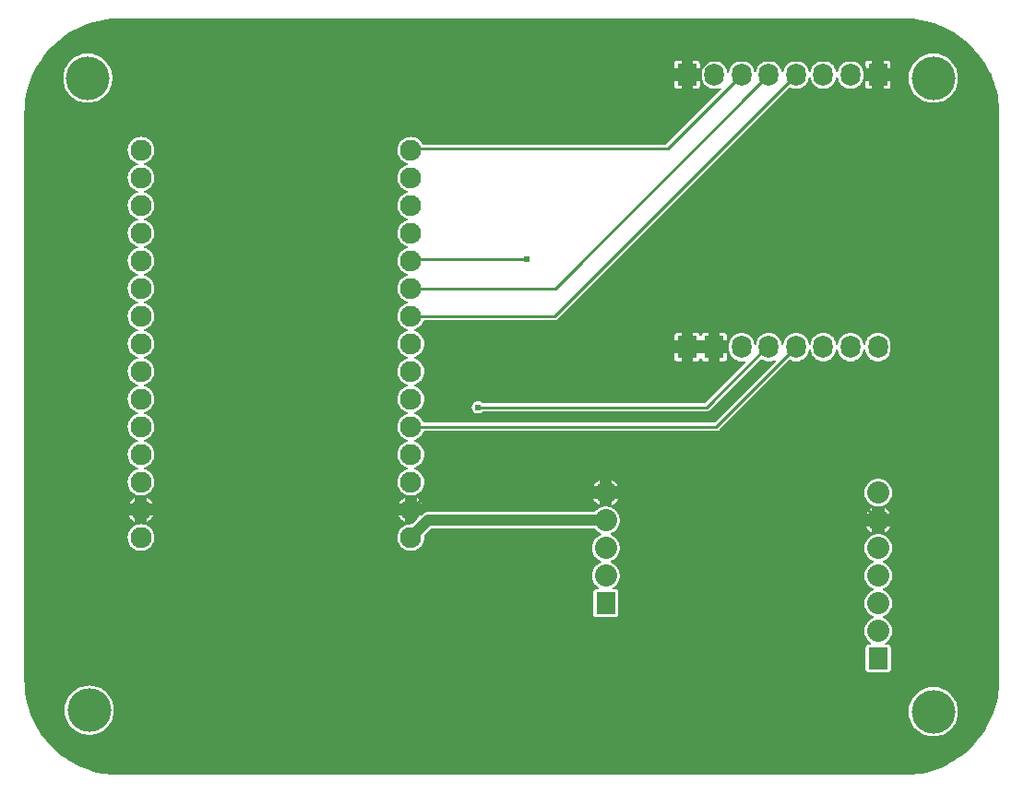
<source format=gtl>
G04 Layer: TopLayer*
G04 EasyEDA v6.5.47, 2024-09-23 10:33:38*
G04 d3944284b6e04abc8746af3109f317fc,455023a0ac88494abd61f565c8365122,10*
G04 Gerber Generator version 0.2*
G04 Scale: 100 percent, Rotated: No, Reflected: No *
G04 Dimensions in millimeters *
G04 leading zeros omitted , absolute positions ,4 integer and 5 decimal *
%FSLAX45Y45*%
%MOMM*%

%ADD10C,0.2540*%
%ADD11C,1.0000*%
%ADD12C,1.9304*%
%ADD13R,1.8000X2.1000*%
%ADD14O,1.7999964X2.0999958*%
%ADD15C,2.0320*%
%ADD16R,1.7780X2.0320*%
%ADD17C,4.0000*%
%ADD18C,0.6100*%
%ADD19C,0.6200*%
%ADD20C,0.0140*%

%LPD*%
G36*
X8799576Y3925874D02*
G01*
X1600149Y3925925D01*
X1559407Y3926840D01*
X1519123Y3929684D01*
X1478991Y3934307D01*
X1439164Y3940860D01*
X1399641Y3949192D01*
X1360576Y3959351D01*
X1322019Y3971290D01*
X1284020Y3985006D01*
X1246733Y4000500D01*
X1210157Y4017670D01*
X1174445Y4036466D01*
X1139647Y4056938D01*
X1105814Y4078986D01*
X1073048Y4102608D01*
X1041400Y4127703D01*
X1010970Y4154220D01*
X981760Y4182110D01*
X953871Y4211320D01*
X927404Y4241749D01*
X902309Y4273448D01*
X878738Y4306214D01*
X856742Y4340047D01*
X836269Y4374845D01*
X817473Y4410608D01*
X800303Y4447133D01*
X784860Y4484471D01*
X771144Y4522419D01*
X759206Y4561027D01*
X749096Y4600092D01*
X740765Y4639614D01*
X734263Y4679442D01*
X729640Y4719574D01*
X726846Y4759858D01*
X725932Y4800396D01*
X725932Y9999573D01*
X726846Y10040569D01*
X729691Y10080853D01*
X734314Y10120985D01*
X740867Y10160812D01*
X749198Y10200335D01*
X759358Y10239400D01*
X771296Y10277957D01*
X785012Y10315956D01*
X800506Y10353243D01*
X817676Y10389819D01*
X836472Y10425531D01*
X856945Y10460329D01*
X878992Y10494162D01*
X902614Y10526928D01*
X927709Y10558576D01*
X954227Y10589006D01*
X982116Y10618216D01*
X1011326Y10646105D01*
X1041755Y10672572D01*
X1073454Y10697667D01*
X1106220Y10721238D01*
X1140053Y10743234D01*
X1174851Y10763707D01*
X1210614Y10782503D01*
X1247140Y10799673D01*
X1284478Y10815116D01*
X1322425Y10828832D01*
X1361033Y10840770D01*
X1400098Y10850880D01*
X1439621Y10859211D01*
X1479448Y10865713D01*
X1519580Y10870336D01*
X1559864Y10873130D01*
X1600403Y10874044D01*
X8799576Y10874044D01*
X8840571Y10873130D01*
X8880856Y10870285D01*
X8920988Y10865662D01*
X8960815Y10859109D01*
X9000337Y10850778D01*
X9039402Y10840618D01*
X9077960Y10828680D01*
X9115958Y10814964D01*
X9153245Y10799470D01*
X9189821Y10782300D01*
X9225534Y10763504D01*
X9260332Y10743031D01*
X9294164Y10720984D01*
X9326930Y10697362D01*
X9358579Y10672267D01*
X9389008Y10645749D01*
X9418218Y10617860D01*
X9446107Y10588650D01*
X9472574Y10558221D01*
X9497669Y10526522D01*
X9521240Y10493756D01*
X9543237Y10459923D01*
X9563709Y10425125D01*
X9582505Y10389362D01*
X9599676Y10352836D01*
X9615119Y10315498D01*
X9628835Y10277551D01*
X9640773Y10238943D01*
X9650882Y10199878D01*
X9659213Y10160355D01*
X9665716Y10120528D01*
X9670338Y10080396D01*
X9673132Y10040112D01*
X9674098Y9999573D01*
X9674098Y4800396D01*
X9673132Y4759401D01*
X9670288Y4719116D01*
X9665665Y4678984D01*
X9659112Y4639157D01*
X9650780Y4599635D01*
X9640620Y4560570D01*
X9628682Y4522012D01*
X9614966Y4484014D01*
X9599472Y4446727D01*
X9582302Y4410151D01*
X9563506Y4374438D01*
X9543034Y4339640D01*
X9520986Y4305808D01*
X9497364Y4273042D01*
X9472269Y4241393D01*
X9445752Y4210964D01*
X9417862Y4181754D01*
X9388652Y4153865D01*
X9358223Y4127398D01*
X9326524Y4102303D01*
X9293758Y4078732D01*
X9259925Y4056735D01*
X9225127Y4036263D01*
X9189364Y4017467D01*
X9152839Y4000296D01*
X9115501Y3984853D01*
X9077553Y3971137D01*
X9038945Y3959199D01*
X8999880Y3949090D01*
X8960358Y3940759D01*
X8920530Y3934256D01*
X8880398Y3929634D01*
X8840114Y3926840D01*
G37*

%LPC*%
G36*
X9067800Y4282592D02*
G01*
X9088628Y4283557D01*
X9109303Y4286453D01*
X9129623Y4291228D01*
X9149384Y4297832D01*
X9168485Y4306265D01*
X9186722Y4316425D01*
X9203944Y4328210D01*
X9219996Y4341571D01*
X9234728Y4356303D01*
X9248089Y4372356D01*
X9259874Y4389577D01*
X9270034Y4407814D01*
X9278467Y4426915D01*
X9285071Y4446676D01*
X9289846Y4466996D01*
X9292742Y4487672D01*
X9293707Y4508500D01*
X9292742Y4529328D01*
X9289846Y4550003D01*
X9285071Y4570323D01*
X9278467Y4590084D01*
X9270034Y4609185D01*
X9259874Y4627422D01*
X9248089Y4644644D01*
X9234728Y4660696D01*
X9219996Y4675428D01*
X9203944Y4688789D01*
X9186722Y4700574D01*
X9168485Y4710734D01*
X9149384Y4719167D01*
X9129623Y4725771D01*
X9109303Y4730546D01*
X9088628Y4733442D01*
X9067800Y4734407D01*
X9046972Y4733442D01*
X9026296Y4730546D01*
X9005976Y4725771D01*
X8986215Y4719167D01*
X8967114Y4710734D01*
X8948877Y4700574D01*
X8931656Y4688789D01*
X8915603Y4675428D01*
X8900871Y4660696D01*
X8887510Y4644644D01*
X8875725Y4627422D01*
X8865565Y4609185D01*
X8857132Y4590084D01*
X8850528Y4570323D01*
X8845753Y4550003D01*
X8842857Y4529328D01*
X8841892Y4508500D01*
X8842857Y4487672D01*
X8845753Y4466996D01*
X8850528Y4446676D01*
X8857132Y4426915D01*
X8865565Y4407814D01*
X8875725Y4389577D01*
X8887510Y4372356D01*
X8900871Y4356303D01*
X8915603Y4341571D01*
X8931656Y4328210D01*
X8948877Y4316425D01*
X8967114Y4306265D01*
X8986215Y4297832D01*
X9005976Y4291228D01*
X9026296Y4286453D01*
X9046972Y4283557D01*
G37*
G36*
X1320800Y4295292D02*
G01*
X1341628Y4296257D01*
X1362303Y4299153D01*
X1382623Y4303928D01*
X1402384Y4310532D01*
X1421485Y4318965D01*
X1439722Y4329125D01*
X1456944Y4340910D01*
X1472996Y4354271D01*
X1487728Y4369003D01*
X1501089Y4385056D01*
X1512874Y4402277D01*
X1523034Y4420514D01*
X1531467Y4439615D01*
X1538071Y4459376D01*
X1542846Y4479696D01*
X1545742Y4500372D01*
X1546707Y4521200D01*
X1545742Y4542028D01*
X1542846Y4562703D01*
X1538071Y4583023D01*
X1531467Y4602784D01*
X1523034Y4621885D01*
X1512874Y4640122D01*
X1501089Y4657344D01*
X1487728Y4673396D01*
X1472996Y4688128D01*
X1456944Y4701489D01*
X1439722Y4713274D01*
X1421485Y4723434D01*
X1402384Y4731867D01*
X1382623Y4738471D01*
X1362303Y4743246D01*
X1341628Y4746142D01*
X1320800Y4747107D01*
X1299972Y4746142D01*
X1279296Y4743246D01*
X1258976Y4738471D01*
X1239215Y4731867D01*
X1220114Y4723434D01*
X1201877Y4713274D01*
X1184656Y4701489D01*
X1168603Y4688128D01*
X1153871Y4673396D01*
X1140510Y4657344D01*
X1128725Y4640122D01*
X1118565Y4621885D01*
X1110132Y4602784D01*
X1103528Y4583023D01*
X1098753Y4562703D01*
X1095857Y4542028D01*
X1094892Y4521200D01*
X1095857Y4500372D01*
X1098753Y4479696D01*
X1103528Y4459376D01*
X1110132Y4439615D01*
X1118565Y4420514D01*
X1128725Y4402277D01*
X1140510Y4385056D01*
X1153871Y4369003D01*
X1168603Y4354271D01*
X1184656Y4340910D01*
X1201877Y4329125D01*
X1220114Y4318965D01*
X1239215Y4310532D01*
X1258976Y4303928D01*
X1279296Y4299153D01*
X1299972Y4296257D01*
G37*
G36*
X8473897Y4868265D02*
G01*
X8650528Y4868265D01*
X8656878Y4869027D01*
X8662314Y4870907D01*
X8667242Y4874006D01*
X8671306Y4878070D01*
X8674404Y4882997D01*
X8676284Y4888433D01*
X8677046Y4894783D01*
X8677046Y5096814D01*
X8676284Y5103164D01*
X8674404Y5108600D01*
X8671306Y5113528D01*
X8667242Y5117592D01*
X8662314Y5120690D01*
X8656878Y5122570D01*
X8650528Y5123281D01*
X8635492Y5123281D01*
X8631224Y5124246D01*
X8627719Y5126888D01*
X8625687Y5130749D01*
X8625433Y5135118D01*
X8627059Y5139131D01*
X8630208Y5142179D01*
X8634526Y5144770D01*
X8646617Y5154269D01*
X8657488Y5165140D01*
X8666988Y5177231D01*
X8674963Y5190439D01*
X8681313Y5204460D01*
X8685885Y5219141D01*
X8688628Y5234279D01*
X8689594Y5249672D01*
X8688628Y5265064D01*
X8685885Y5280202D01*
X8681313Y5294884D01*
X8674963Y5308904D01*
X8666988Y5322112D01*
X8657488Y5334203D01*
X8646617Y5345074D01*
X8634526Y5354574D01*
X8621318Y5362549D01*
X8610549Y5367426D01*
X8607399Y5369610D01*
X8605316Y5372862D01*
X8604554Y5376672D01*
X8605316Y5380482D01*
X8607399Y5383733D01*
X8610549Y5385917D01*
X8621318Y5390794D01*
X8634526Y5398770D01*
X8646617Y5408269D01*
X8657488Y5419140D01*
X8666988Y5431231D01*
X8674963Y5444439D01*
X8681313Y5458460D01*
X8685885Y5473141D01*
X8688628Y5488279D01*
X8689594Y5503672D01*
X8688628Y5519064D01*
X8685885Y5534202D01*
X8681313Y5548884D01*
X8674963Y5562904D01*
X8666988Y5576112D01*
X8657488Y5588203D01*
X8646617Y5599074D01*
X8634526Y5608574D01*
X8621318Y5616549D01*
X8610549Y5621426D01*
X8607399Y5623610D01*
X8605316Y5626862D01*
X8604554Y5630672D01*
X8605316Y5634482D01*
X8607399Y5637733D01*
X8610549Y5639917D01*
X8621318Y5644794D01*
X8634526Y5652770D01*
X8646617Y5662269D01*
X8657488Y5673140D01*
X8666988Y5685231D01*
X8674963Y5698439D01*
X8681313Y5712460D01*
X8685885Y5727141D01*
X8688628Y5742279D01*
X8689594Y5757672D01*
X8688628Y5773064D01*
X8685885Y5788202D01*
X8681313Y5802884D01*
X8674963Y5816904D01*
X8666988Y5830112D01*
X8657488Y5842203D01*
X8646617Y5853074D01*
X8634526Y5862574D01*
X8621318Y5870549D01*
X8610549Y5875426D01*
X8607399Y5877610D01*
X8605316Y5880862D01*
X8604554Y5884672D01*
X8605316Y5888482D01*
X8607399Y5891733D01*
X8610549Y5893917D01*
X8621318Y5898794D01*
X8634526Y5906770D01*
X8646617Y5916269D01*
X8657488Y5927140D01*
X8666988Y5939231D01*
X8674963Y5952439D01*
X8681313Y5966460D01*
X8685885Y5981141D01*
X8688628Y5996279D01*
X8689594Y6011672D01*
X8688628Y6027064D01*
X8685885Y6042202D01*
X8681313Y6056884D01*
X8674963Y6070904D01*
X8666988Y6084112D01*
X8657488Y6096203D01*
X8646617Y6107074D01*
X8634526Y6116574D01*
X8621318Y6124549D01*
X8610549Y6129426D01*
X8608314Y6131001D01*
X8606078Y6131255D01*
X8592616Y6135471D01*
X8577478Y6138214D01*
X8562086Y6139180D01*
X8546693Y6138214D01*
X8531555Y6135471D01*
X8518144Y6131255D01*
X8515858Y6131001D01*
X8513622Y6129426D01*
X8502853Y6124549D01*
X8489645Y6116574D01*
X8477554Y6107074D01*
X8466683Y6096203D01*
X8457184Y6084112D01*
X8449208Y6070904D01*
X8442858Y6056884D01*
X8438286Y6042202D01*
X8435543Y6027064D01*
X8434578Y6011672D01*
X8435543Y5996279D01*
X8438286Y5981141D01*
X8442858Y5966460D01*
X8449208Y5952439D01*
X8457184Y5939231D01*
X8466683Y5927140D01*
X8477554Y5916269D01*
X8489645Y5906770D01*
X8502853Y5898794D01*
X8513622Y5893917D01*
X8516772Y5891733D01*
X8518855Y5888482D01*
X8519617Y5884672D01*
X8518855Y5880862D01*
X8516772Y5877610D01*
X8513622Y5875426D01*
X8502853Y5870549D01*
X8489645Y5862574D01*
X8477554Y5853074D01*
X8466683Y5842203D01*
X8457184Y5830112D01*
X8449208Y5816904D01*
X8442858Y5802884D01*
X8438286Y5788202D01*
X8435543Y5773064D01*
X8434578Y5757672D01*
X8435543Y5742279D01*
X8438286Y5727141D01*
X8442858Y5712460D01*
X8449208Y5698439D01*
X8457184Y5685231D01*
X8466683Y5673140D01*
X8477554Y5662269D01*
X8489645Y5652770D01*
X8502853Y5644794D01*
X8513622Y5639917D01*
X8516772Y5637733D01*
X8518855Y5634482D01*
X8519617Y5630672D01*
X8518855Y5626862D01*
X8516772Y5623610D01*
X8513622Y5621426D01*
X8502853Y5616549D01*
X8489645Y5608574D01*
X8477554Y5599074D01*
X8466683Y5588203D01*
X8457184Y5576112D01*
X8449208Y5562904D01*
X8442858Y5548884D01*
X8438286Y5534202D01*
X8435543Y5519064D01*
X8434578Y5503672D01*
X8435543Y5488279D01*
X8438286Y5473141D01*
X8442858Y5458460D01*
X8449208Y5444439D01*
X8457184Y5431231D01*
X8466683Y5419140D01*
X8477554Y5408269D01*
X8489645Y5398770D01*
X8502853Y5390794D01*
X8513622Y5385917D01*
X8516772Y5383733D01*
X8518855Y5380482D01*
X8519617Y5376672D01*
X8518855Y5372862D01*
X8516772Y5369610D01*
X8513622Y5367426D01*
X8502853Y5362549D01*
X8489645Y5354574D01*
X8477554Y5345074D01*
X8466683Y5334203D01*
X8457184Y5322112D01*
X8449208Y5308904D01*
X8442858Y5294884D01*
X8438286Y5280202D01*
X8435543Y5265064D01*
X8434578Y5249672D01*
X8435543Y5234279D01*
X8438286Y5219141D01*
X8442858Y5204460D01*
X8449208Y5190439D01*
X8457184Y5177231D01*
X8466683Y5165140D01*
X8477554Y5154269D01*
X8489645Y5144770D01*
X8493963Y5142179D01*
X8497112Y5139131D01*
X8498738Y5135118D01*
X8498484Y5130749D01*
X8496452Y5126888D01*
X8492947Y5124246D01*
X8488680Y5123281D01*
X8473897Y5123281D01*
X8467547Y5122570D01*
X8462111Y5120690D01*
X8457184Y5117592D01*
X8453120Y5113528D01*
X8450021Y5108600D01*
X8448141Y5103164D01*
X8447430Y5096814D01*
X8447430Y4894783D01*
X8448141Y4888433D01*
X8450021Y4882997D01*
X8453120Y4878070D01*
X8457184Y4874006D01*
X8462111Y4870907D01*
X8467547Y4869027D01*
G37*
G36*
X5973876Y5376265D02*
G01*
X6150559Y5376265D01*
X6156858Y5377027D01*
X6162344Y5378907D01*
X6167221Y5382006D01*
X6171336Y5386070D01*
X6174384Y5390997D01*
X6176314Y5396433D01*
X6177026Y5402783D01*
X6177026Y5604814D01*
X6176314Y5611164D01*
X6174384Y5616600D01*
X6171336Y5621528D01*
X6167221Y5625592D01*
X6162344Y5628690D01*
X6156858Y5630570D01*
X6150559Y5631281D01*
X6135624Y5631281D01*
X6131356Y5632246D01*
X6127851Y5634888D01*
X6125819Y5638749D01*
X6125565Y5643118D01*
X6127191Y5647131D01*
X6130340Y5650179D01*
X6134658Y5652770D01*
X6146749Y5662269D01*
X6157620Y5673140D01*
X6167120Y5685231D01*
X6175095Y5698439D01*
X6181445Y5712460D01*
X6186017Y5727141D01*
X6188760Y5742279D01*
X6189726Y5757672D01*
X6188760Y5773064D01*
X6186017Y5788202D01*
X6181445Y5802884D01*
X6175095Y5816904D01*
X6167120Y5830112D01*
X6157620Y5842203D01*
X6146749Y5853074D01*
X6134658Y5862574D01*
X6121450Y5870549D01*
X6110681Y5875426D01*
X6107531Y5877610D01*
X6105448Y5880862D01*
X6104686Y5884672D01*
X6105448Y5888482D01*
X6107531Y5891733D01*
X6110681Y5893917D01*
X6121450Y5898794D01*
X6134658Y5906770D01*
X6146749Y5916269D01*
X6157620Y5927140D01*
X6167120Y5939231D01*
X6175095Y5952439D01*
X6181445Y5966460D01*
X6186017Y5981141D01*
X6188760Y5996279D01*
X6189726Y6011672D01*
X6188760Y6027064D01*
X6186017Y6042202D01*
X6181445Y6056884D01*
X6175095Y6070904D01*
X6167120Y6084112D01*
X6157620Y6096203D01*
X6146749Y6107074D01*
X6134658Y6116574D01*
X6121450Y6124549D01*
X6110681Y6129426D01*
X6107531Y6131610D01*
X6105448Y6134862D01*
X6104686Y6138672D01*
X6105448Y6142482D01*
X6107531Y6145733D01*
X6110681Y6147917D01*
X6121450Y6152794D01*
X6134658Y6160770D01*
X6146749Y6170269D01*
X6157620Y6181140D01*
X6167120Y6193231D01*
X6175095Y6206439D01*
X6181445Y6220460D01*
X6186017Y6235141D01*
X6188760Y6250279D01*
X6189726Y6265672D01*
X6188760Y6281064D01*
X6186017Y6296202D01*
X6181445Y6310884D01*
X6175095Y6324904D01*
X6167120Y6338112D01*
X6157620Y6350203D01*
X6146749Y6361074D01*
X6134658Y6370574D01*
X6121450Y6378549D01*
X6110681Y6383426D01*
X6108446Y6385001D01*
X6106210Y6385255D01*
X6092748Y6389471D01*
X6077610Y6392214D01*
X6062218Y6393180D01*
X6046825Y6392214D01*
X6031687Y6389471D01*
X6018276Y6385255D01*
X6015990Y6385001D01*
X6013754Y6383426D01*
X6002985Y6378549D01*
X5989777Y6370574D01*
X5977686Y6361074D01*
X5966815Y6350203D01*
X5963056Y6345478D01*
X5960872Y6343396D01*
X5958128Y6342024D01*
X5955080Y6341567D01*
X4429048Y6341516D01*
X4420209Y6340703D01*
X4417872Y6340297D01*
X4406544Y6337249D01*
X4398568Y6333998D01*
X4396384Y6332880D01*
X4388764Y6328257D01*
X4379976Y6321247D01*
X4368088Y6309410D01*
X4364786Y6307226D01*
X4360926Y6306464D01*
X4327702Y6306464D01*
X4327702Y6273241D01*
X4326940Y6269329D01*
X4324705Y6266027D01*
X4290517Y6231839D01*
X4286961Y6229553D01*
X4282694Y6228892D01*
X4273092Y6229502D01*
X4258056Y6228588D01*
X4243222Y6225794D01*
X4228846Y6221222D01*
X4215180Y6214922D01*
X4202379Y6206998D01*
X4190593Y6197549D01*
X4180128Y6186728D01*
X4171035Y6174689D01*
X4163517Y6161633D01*
X4157624Y6147765D01*
X4153509Y6133287D01*
X4151172Y6118402D01*
X4150715Y6103315D01*
X4152137Y6088329D01*
X4155338Y6073597D01*
X4160367Y6059373D01*
X4167073Y6045860D01*
X4175404Y6033312D01*
X4185208Y6021882D01*
X4196334Y6011722D01*
X4208627Y6003036D01*
X4221937Y5995873D01*
X4235958Y5990437D01*
X4250588Y5986780D01*
X4265523Y5984900D01*
X4280611Y5984900D01*
X4295597Y5986780D01*
X4310176Y5990437D01*
X4324248Y5995873D01*
X4337507Y6003036D01*
X4349800Y6011722D01*
X4360976Y6021882D01*
X4370781Y6033312D01*
X4379112Y6045860D01*
X4385818Y6059373D01*
X4390796Y6073597D01*
X4394047Y6088329D01*
X4395419Y6103315D01*
X4395012Y6117132D01*
X4395724Y6121146D01*
X4397959Y6124600D01*
X4460138Y6186779D01*
X4463440Y6189014D01*
X4467352Y6189776D01*
X5955080Y6189776D01*
X5958078Y6189319D01*
X5960872Y6187948D01*
X5963056Y6185865D01*
X5966815Y6181140D01*
X5977686Y6170269D01*
X5989777Y6160770D01*
X6002985Y6152794D01*
X6013754Y6147917D01*
X6016904Y6145733D01*
X6018987Y6142482D01*
X6019749Y6138672D01*
X6018987Y6134862D01*
X6016904Y6131610D01*
X6013754Y6129426D01*
X6002985Y6124549D01*
X5989777Y6116574D01*
X5977686Y6107074D01*
X5966815Y6096203D01*
X5957316Y6084112D01*
X5949340Y6070904D01*
X5942990Y6056884D01*
X5938418Y6042202D01*
X5935675Y6027064D01*
X5934710Y6011672D01*
X5935675Y5996279D01*
X5938418Y5981141D01*
X5942990Y5966460D01*
X5949340Y5952439D01*
X5957316Y5939231D01*
X5966815Y5927140D01*
X5977686Y5916269D01*
X5989777Y5906770D01*
X6002985Y5898794D01*
X6013754Y5893917D01*
X6016904Y5891733D01*
X6018987Y5888482D01*
X6019749Y5884672D01*
X6018987Y5880862D01*
X6016904Y5877610D01*
X6013754Y5875426D01*
X6002985Y5870549D01*
X5989777Y5862574D01*
X5977686Y5853074D01*
X5966815Y5842203D01*
X5957316Y5830112D01*
X5949340Y5816904D01*
X5942990Y5802884D01*
X5938418Y5788202D01*
X5935675Y5773064D01*
X5934710Y5757672D01*
X5935675Y5742279D01*
X5938418Y5727141D01*
X5942990Y5712460D01*
X5949340Y5698439D01*
X5957316Y5685231D01*
X5966815Y5673140D01*
X5977686Y5662269D01*
X5989777Y5652770D01*
X5994095Y5650179D01*
X5997244Y5647131D01*
X5998870Y5643118D01*
X5998616Y5638749D01*
X5996584Y5634888D01*
X5993079Y5632246D01*
X5988812Y5631281D01*
X5973876Y5631281D01*
X5967577Y5630570D01*
X5962091Y5628690D01*
X5957214Y5625592D01*
X5953099Y5621528D01*
X5950051Y5616600D01*
X5948121Y5611164D01*
X5947410Y5604814D01*
X5947410Y5402783D01*
X5948121Y5396433D01*
X5950051Y5390997D01*
X5953099Y5386070D01*
X5957214Y5382006D01*
X5962091Y5378907D01*
X5967577Y5377027D01*
G37*
G36*
X1788515Y5984900D02*
G01*
X1803603Y5984900D01*
X1818589Y5986780D01*
X1833168Y5990437D01*
X1847240Y5995873D01*
X1860499Y6003036D01*
X1872792Y6011722D01*
X1883968Y6021882D01*
X1893773Y6033312D01*
X1902104Y6045860D01*
X1908810Y6059373D01*
X1913788Y6073597D01*
X1917039Y6088329D01*
X1918411Y6103315D01*
X1917954Y6118402D01*
X1915668Y6133287D01*
X1911502Y6147765D01*
X1905660Y6161633D01*
X1898091Y6174689D01*
X1889048Y6186728D01*
X1878533Y6197549D01*
X1866798Y6206998D01*
X1853996Y6214922D01*
X1840280Y6221222D01*
X1825904Y6225794D01*
X1811121Y6228588D01*
X1796084Y6229502D01*
X1781048Y6228588D01*
X1766214Y6225794D01*
X1751838Y6221222D01*
X1738172Y6214922D01*
X1725371Y6206998D01*
X1713585Y6197549D01*
X1703120Y6186728D01*
X1694027Y6174689D01*
X1686509Y6161633D01*
X1680616Y6147765D01*
X1676501Y6133287D01*
X1674164Y6118402D01*
X1673707Y6103315D01*
X1675130Y6088329D01*
X1678330Y6073597D01*
X1683359Y6059373D01*
X1690065Y6045860D01*
X1698396Y6033312D01*
X1708200Y6021882D01*
X1719325Y6011722D01*
X1731619Y6003036D01*
X1744929Y5995873D01*
X1758950Y5990437D01*
X1773580Y5986780D01*
G37*
G36*
X8619236Y6151829D02*
G01*
X8621318Y6152794D01*
X8634526Y6160770D01*
X8646617Y6170269D01*
X8657488Y6181140D01*
X8666988Y6193231D01*
X8674963Y6206439D01*
X8675928Y6208522D01*
X8619236Y6208522D01*
G37*
G36*
X8504936Y6151829D02*
G01*
X8504936Y6208522D01*
X8448243Y6208522D01*
X8449208Y6206439D01*
X8457184Y6193231D01*
X8466683Y6181140D01*
X8477554Y6170269D01*
X8489645Y6160770D01*
X8502853Y6152794D01*
G37*
G36*
X1850694Y6251752D02*
G01*
X1860499Y6257036D01*
X1872792Y6265722D01*
X1883968Y6275882D01*
X1893773Y6287312D01*
X1902104Y6299860D01*
X1905355Y6306464D01*
X1850694Y6306464D01*
G37*
G36*
X1741474Y6251752D02*
G01*
X1741474Y6306464D01*
X1686763Y6306464D01*
X1690065Y6299860D01*
X1698396Y6287312D01*
X1708200Y6275882D01*
X1719325Y6265722D01*
X1731619Y6257036D01*
G37*
G36*
X4218482Y6251752D02*
G01*
X4218482Y6306464D01*
X4163771Y6306464D01*
X4167073Y6299860D01*
X4175404Y6287312D01*
X4185208Y6275882D01*
X4196334Y6265722D01*
X4208627Y6257036D01*
G37*
G36*
X8619236Y6322822D02*
G01*
X8675928Y6322822D01*
X8674963Y6324904D01*
X8666988Y6338112D01*
X8657488Y6350203D01*
X8646617Y6361074D01*
X8634526Y6370574D01*
X8621318Y6378549D01*
X8619236Y6379514D01*
G37*
G36*
X8448243Y6322822D02*
G01*
X8504936Y6322822D01*
X8504936Y6379514D01*
X8502853Y6378549D01*
X8489645Y6370574D01*
X8477554Y6361074D01*
X8466683Y6350203D01*
X8457184Y6338112D01*
X8449208Y6324904D01*
G37*
G36*
X8562086Y6392164D02*
G01*
X8577478Y6393129D01*
X8592616Y6395872D01*
X8606078Y6400088D01*
X8608314Y6400342D01*
X8610549Y6401917D01*
X8621318Y6406794D01*
X8634526Y6414770D01*
X8646617Y6424269D01*
X8657488Y6435140D01*
X8666988Y6447231D01*
X8674963Y6460439D01*
X8681313Y6474460D01*
X8685885Y6489141D01*
X8688628Y6504279D01*
X8689594Y6519672D01*
X8688628Y6535064D01*
X8685885Y6550202D01*
X8681313Y6564884D01*
X8674963Y6578904D01*
X8666988Y6592112D01*
X8657488Y6604203D01*
X8646617Y6615074D01*
X8634526Y6624574D01*
X8621318Y6632549D01*
X8607298Y6638899D01*
X8592616Y6643471D01*
X8577478Y6646214D01*
X8562086Y6647180D01*
X8546693Y6646214D01*
X8531555Y6643471D01*
X8516874Y6638899D01*
X8502853Y6632549D01*
X8489645Y6624574D01*
X8477554Y6615074D01*
X8466683Y6604203D01*
X8457184Y6592112D01*
X8449208Y6578904D01*
X8442858Y6564884D01*
X8438286Y6550202D01*
X8435543Y6535064D01*
X8434578Y6519672D01*
X8435543Y6504279D01*
X8438286Y6489141D01*
X8442858Y6474460D01*
X8449208Y6460439D01*
X8457184Y6447231D01*
X8466683Y6435140D01*
X8477554Y6424269D01*
X8489645Y6414770D01*
X8502853Y6406794D01*
X8513622Y6401917D01*
X8515858Y6400342D01*
X8518144Y6400088D01*
X8531555Y6395872D01*
X8546693Y6393129D01*
G37*
G36*
X6005068Y6405829D02*
G01*
X6005068Y6462522D01*
X5948375Y6462522D01*
X5949340Y6460439D01*
X5957316Y6447231D01*
X5966815Y6435140D01*
X5977686Y6424269D01*
X5989777Y6414770D01*
X6002985Y6406794D01*
G37*
G36*
X6119368Y6405829D02*
G01*
X6121450Y6406794D01*
X6134658Y6414770D01*
X6146749Y6424269D01*
X6157620Y6435140D01*
X6167120Y6447231D01*
X6175095Y6460439D01*
X6176060Y6462522D01*
X6119368Y6462522D01*
G37*
G36*
X4163517Y6415684D02*
G01*
X4218482Y6415684D01*
X4218482Y6470446D01*
X4215180Y6468922D01*
X4202379Y6460998D01*
X4190593Y6451549D01*
X4180128Y6440728D01*
X4171035Y6428689D01*
G37*
G36*
X1686509Y6415684D02*
G01*
X1741474Y6415684D01*
X1741474Y6470446D01*
X1738172Y6468922D01*
X1725371Y6460998D01*
X1713585Y6451549D01*
X1703120Y6440728D01*
X1694027Y6428689D01*
G37*
G36*
X4327702Y6415684D02*
G01*
X4382617Y6415684D01*
X4375099Y6428689D01*
X4366056Y6440728D01*
X4355541Y6451549D01*
X4343806Y6460998D01*
X4331004Y6468922D01*
X4327702Y6470446D01*
G37*
G36*
X1850694Y6415684D02*
G01*
X1905609Y6415684D01*
X1898091Y6428689D01*
X1889048Y6440728D01*
X1878533Y6451549D01*
X1866798Y6460998D01*
X1853996Y6468922D01*
X1850694Y6470446D01*
G37*
G36*
X1788515Y6492900D02*
G01*
X1803603Y6492900D01*
X1818589Y6494780D01*
X1833168Y6498437D01*
X1847240Y6503873D01*
X1860499Y6511035D01*
X1872792Y6519722D01*
X1883968Y6529882D01*
X1893773Y6541312D01*
X1902104Y6553860D01*
X1908810Y6567373D01*
X1913788Y6581597D01*
X1917039Y6596329D01*
X1918411Y6611315D01*
X1917954Y6626402D01*
X1915668Y6641287D01*
X1911502Y6655765D01*
X1905660Y6669633D01*
X1898091Y6682689D01*
X1889048Y6694728D01*
X1878533Y6705549D01*
X1866798Y6714998D01*
X1853996Y6722922D01*
X1840280Y6729222D01*
X1830425Y6732371D01*
X1826666Y6734556D01*
X1824177Y6738061D01*
X1823364Y6742379D01*
X1824431Y6746595D01*
X1827123Y6749948D01*
X1831035Y6751878D01*
X1833168Y6752437D01*
X1847240Y6757873D01*
X1860499Y6765036D01*
X1872792Y6773722D01*
X1883968Y6783882D01*
X1893773Y6795312D01*
X1902104Y6807860D01*
X1908810Y6821373D01*
X1913788Y6835597D01*
X1917039Y6850329D01*
X1918411Y6865315D01*
X1917954Y6880402D01*
X1915668Y6895287D01*
X1911502Y6909765D01*
X1905660Y6923633D01*
X1898091Y6936689D01*
X1889048Y6948728D01*
X1878533Y6959549D01*
X1866798Y6968998D01*
X1853996Y6976922D01*
X1840280Y6983222D01*
X1830425Y6986371D01*
X1826666Y6988556D01*
X1824177Y6992061D01*
X1823364Y6996379D01*
X1824431Y7000595D01*
X1827123Y7003948D01*
X1831035Y7005878D01*
X1833168Y7006437D01*
X1847240Y7011873D01*
X1860499Y7019036D01*
X1872792Y7027722D01*
X1883968Y7037882D01*
X1893773Y7049312D01*
X1902104Y7061860D01*
X1908810Y7075373D01*
X1913788Y7089597D01*
X1917039Y7104329D01*
X1918411Y7119315D01*
X1917954Y7134402D01*
X1915668Y7149287D01*
X1911502Y7163765D01*
X1905660Y7177633D01*
X1898091Y7190689D01*
X1889048Y7202728D01*
X1878533Y7213549D01*
X1866798Y7222998D01*
X1853996Y7230922D01*
X1840280Y7237222D01*
X1830425Y7240371D01*
X1826666Y7242556D01*
X1824177Y7246061D01*
X1823364Y7250379D01*
X1824431Y7254595D01*
X1827123Y7257948D01*
X1831035Y7259878D01*
X1833168Y7260437D01*
X1847240Y7265873D01*
X1860499Y7273036D01*
X1872792Y7281722D01*
X1883968Y7291882D01*
X1893773Y7303312D01*
X1902104Y7315860D01*
X1908810Y7329373D01*
X1913788Y7343597D01*
X1917039Y7358329D01*
X1918411Y7373315D01*
X1917954Y7388402D01*
X1915668Y7403287D01*
X1911502Y7417765D01*
X1905660Y7431633D01*
X1898091Y7444689D01*
X1889048Y7456728D01*
X1878533Y7467549D01*
X1866798Y7476998D01*
X1853996Y7484922D01*
X1840280Y7491222D01*
X1830425Y7494371D01*
X1826666Y7496556D01*
X1824177Y7500061D01*
X1823364Y7504379D01*
X1824431Y7508595D01*
X1827123Y7511948D01*
X1831035Y7513878D01*
X1833168Y7514437D01*
X1847240Y7519873D01*
X1860499Y7527036D01*
X1872792Y7535722D01*
X1883968Y7545882D01*
X1893773Y7557312D01*
X1902104Y7569860D01*
X1908810Y7583373D01*
X1913788Y7597597D01*
X1917039Y7612329D01*
X1918411Y7627315D01*
X1917954Y7642402D01*
X1915668Y7657287D01*
X1911502Y7671765D01*
X1905660Y7685633D01*
X1898091Y7698689D01*
X1889048Y7710728D01*
X1878533Y7721549D01*
X1866798Y7730998D01*
X1853996Y7738922D01*
X1840280Y7745222D01*
X1830425Y7748371D01*
X1826666Y7750556D01*
X1824177Y7754061D01*
X1823364Y7758379D01*
X1824431Y7762595D01*
X1827123Y7765948D01*
X1831035Y7767878D01*
X1833168Y7768437D01*
X1847240Y7773873D01*
X1860499Y7781036D01*
X1872792Y7789722D01*
X1883968Y7799882D01*
X1893773Y7811312D01*
X1902104Y7823860D01*
X1908810Y7837373D01*
X1913788Y7851597D01*
X1917039Y7866329D01*
X1918411Y7881315D01*
X1917954Y7896402D01*
X1915668Y7911287D01*
X1911502Y7925765D01*
X1905660Y7939633D01*
X1898091Y7952689D01*
X1889048Y7964728D01*
X1878533Y7975549D01*
X1866798Y7984998D01*
X1853996Y7992922D01*
X1840280Y7999222D01*
X1830425Y8002371D01*
X1826666Y8004556D01*
X1824177Y8008061D01*
X1823364Y8012379D01*
X1824431Y8016595D01*
X1827123Y8019948D01*
X1831035Y8021878D01*
X1833168Y8022437D01*
X1847240Y8027873D01*
X1860499Y8035036D01*
X1872792Y8043722D01*
X1883968Y8053882D01*
X1893773Y8065312D01*
X1902104Y8077860D01*
X1908810Y8091373D01*
X1913788Y8105597D01*
X1917039Y8120329D01*
X1918411Y8135315D01*
X1917954Y8150402D01*
X1915668Y8165287D01*
X1911502Y8179765D01*
X1905660Y8193633D01*
X1898091Y8206689D01*
X1889048Y8218728D01*
X1878533Y8229549D01*
X1866798Y8238998D01*
X1853996Y8246922D01*
X1840280Y8253222D01*
X1830425Y8256371D01*
X1826666Y8258556D01*
X1824177Y8262061D01*
X1823364Y8266379D01*
X1824431Y8270595D01*
X1827123Y8273948D01*
X1831035Y8275878D01*
X1833168Y8276437D01*
X1847240Y8281873D01*
X1860499Y8289036D01*
X1872792Y8297722D01*
X1883968Y8307882D01*
X1893773Y8319312D01*
X1902104Y8331860D01*
X1908810Y8345373D01*
X1913788Y8359597D01*
X1917039Y8374329D01*
X1918411Y8389315D01*
X1917954Y8404402D01*
X1915668Y8419287D01*
X1911502Y8433765D01*
X1905660Y8447633D01*
X1898091Y8460689D01*
X1889048Y8472728D01*
X1878533Y8483549D01*
X1866798Y8492998D01*
X1853996Y8500922D01*
X1840280Y8507222D01*
X1830425Y8510371D01*
X1826666Y8512556D01*
X1824177Y8516061D01*
X1823364Y8520379D01*
X1824431Y8524595D01*
X1827123Y8527948D01*
X1831035Y8529878D01*
X1833168Y8530437D01*
X1847240Y8535873D01*
X1860499Y8543036D01*
X1872792Y8551722D01*
X1883968Y8561882D01*
X1893773Y8573312D01*
X1902104Y8585860D01*
X1908810Y8599373D01*
X1913788Y8613597D01*
X1917039Y8628329D01*
X1918411Y8643315D01*
X1917954Y8658402D01*
X1915668Y8673287D01*
X1911502Y8687765D01*
X1905660Y8701633D01*
X1898091Y8714689D01*
X1889048Y8726728D01*
X1878533Y8737549D01*
X1866798Y8746998D01*
X1853996Y8754922D01*
X1840280Y8761222D01*
X1830425Y8764371D01*
X1826666Y8766556D01*
X1824177Y8770061D01*
X1823364Y8774379D01*
X1824431Y8778595D01*
X1827123Y8781948D01*
X1831035Y8783878D01*
X1833168Y8784437D01*
X1847240Y8789873D01*
X1860499Y8797036D01*
X1872792Y8805722D01*
X1883968Y8815882D01*
X1893773Y8827312D01*
X1902104Y8839860D01*
X1908810Y8853373D01*
X1913788Y8867597D01*
X1917039Y8882329D01*
X1918411Y8897315D01*
X1917954Y8912402D01*
X1915668Y8927287D01*
X1911502Y8941765D01*
X1905660Y8955633D01*
X1898091Y8968689D01*
X1889048Y8980728D01*
X1878533Y8991549D01*
X1866798Y9000998D01*
X1853996Y9008922D01*
X1840280Y9015222D01*
X1830425Y9018371D01*
X1826666Y9020556D01*
X1824177Y9024061D01*
X1823364Y9028379D01*
X1824431Y9032595D01*
X1827123Y9035948D01*
X1831035Y9037878D01*
X1833168Y9038437D01*
X1847240Y9043873D01*
X1860499Y9051036D01*
X1872792Y9059722D01*
X1883968Y9069882D01*
X1893773Y9081312D01*
X1902104Y9093860D01*
X1908810Y9107373D01*
X1913788Y9121597D01*
X1917039Y9136329D01*
X1918411Y9151315D01*
X1917954Y9166402D01*
X1915668Y9181287D01*
X1911502Y9195765D01*
X1905660Y9209633D01*
X1898091Y9222689D01*
X1889048Y9234728D01*
X1878533Y9245549D01*
X1866798Y9254998D01*
X1853996Y9262922D01*
X1840280Y9269222D01*
X1830425Y9272371D01*
X1826666Y9274556D01*
X1824177Y9278061D01*
X1823364Y9282379D01*
X1824431Y9286595D01*
X1827123Y9289948D01*
X1831035Y9291878D01*
X1833168Y9292437D01*
X1847240Y9297873D01*
X1860499Y9305036D01*
X1872792Y9313722D01*
X1883968Y9323882D01*
X1893773Y9335312D01*
X1902104Y9347860D01*
X1908810Y9361373D01*
X1913788Y9375597D01*
X1917039Y9390329D01*
X1918411Y9405315D01*
X1917954Y9420402D01*
X1915668Y9435287D01*
X1911502Y9449765D01*
X1905660Y9463633D01*
X1898091Y9476689D01*
X1889048Y9488728D01*
X1878533Y9499549D01*
X1866798Y9508998D01*
X1853996Y9516922D01*
X1840280Y9523222D01*
X1830425Y9526371D01*
X1826666Y9528556D01*
X1824177Y9532061D01*
X1823364Y9536379D01*
X1824431Y9540595D01*
X1827123Y9543948D01*
X1831035Y9545878D01*
X1833168Y9546437D01*
X1847240Y9551873D01*
X1860499Y9559036D01*
X1872792Y9567722D01*
X1883968Y9577882D01*
X1893773Y9589312D01*
X1902104Y9601860D01*
X1908810Y9615373D01*
X1913788Y9629597D01*
X1917039Y9644329D01*
X1918411Y9659315D01*
X1917954Y9674402D01*
X1915668Y9689287D01*
X1911502Y9703765D01*
X1905660Y9717633D01*
X1898091Y9730689D01*
X1889048Y9742728D01*
X1878533Y9753549D01*
X1866798Y9762998D01*
X1853996Y9770922D01*
X1840280Y9777222D01*
X1825904Y9781794D01*
X1811121Y9784588D01*
X1796084Y9785502D01*
X1781048Y9784588D01*
X1766214Y9781794D01*
X1751838Y9777222D01*
X1738172Y9770922D01*
X1725371Y9762998D01*
X1713585Y9753549D01*
X1703120Y9742728D01*
X1694027Y9730689D01*
X1686509Y9717633D01*
X1680616Y9703765D01*
X1676501Y9689287D01*
X1674164Y9674402D01*
X1673707Y9659315D01*
X1675130Y9644329D01*
X1678330Y9629597D01*
X1683359Y9615373D01*
X1690065Y9601860D01*
X1698396Y9589312D01*
X1708200Y9577882D01*
X1719325Y9567722D01*
X1731619Y9559036D01*
X1744929Y9551873D01*
X1758950Y9546437D01*
X1761083Y9545878D01*
X1764995Y9543948D01*
X1767738Y9540595D01*
X1768805Y9536379D01*
X1767992Y9532061D01*
X1765452Y9528556D01*
X1761693Y9526371D01*
X1751838Y9523222D01*
X1738172Y9516922D01*
X1725371Y9508998D01*
X1713585Y9499549D01*
X1703120Y9488728D01*
X1694027Y9476689D01*
X1686509Y9463633D01*
X1680616Y9449765D01*
X1676501Y9435287D01*
X1674164Y9420402D01*
X1673707Y9405315D01*
X1675130Y9390329D01*
X1678330Y9375597D01*
X1683359Y9361373D01*
X1690065Y9347860D01*
X1698396Y9335312D01*
X1708200Y9323882D01*
X1719325Y9313722D01*
X1731619Y9305036D01*
X1744929Y9297873D01*
X1758950Y9292437D01*
X1761083Y9291878D01*
X1764995Y9289948D01*
X1767738Y9286595D01*
X1768805Y9282379D01*
X1767992Y9278061D01*
X1765452Y9274556D01*
X1761693Y9272371D01*
X1751838Y9269222D01*
X1738172Y9262922D01*
X1725371Y9254998D01*
X1713585Y9245549D01*
X1703120Y9234728D01*
X1694027Y9222689D01*
X1686509Y9209633D01*
X1680616Y9195765D01*
X1676501Y9181287D01*
X1674164Y9166402D01*
X1673707Y9151315D01*
X1675130Y9136329D01*
X1678330Y9121597D01*
X1683359Y9107373D01*
X1690065Y9093860D01*
X1698396Y9081312D01*
X1708200Y9069882D01*
X1719325Y9059722D01*
X1731619Y9051036D01*
X1744929Y9043873D01*
X1758950Y9038437D01*
X1761083Y9037878D01*
X1764995Y9035948D01*
X1767738Y9032595D01*
X1768805Y9028379D01*
X1767992Y9024061D01*
X1765452Y9020556D01*
X1761693Y9018371D01*
X1751838Y9015222D01*
X1738172Y9008922D01*
X1725371Y9000998D01*
X1713585Y8991549D01*
X1703120Y8980728D01*
X1694027Y8968689D01*
X1686509Y8955633D01*
X1680616Y8941765D01*
X1676501Y8927287D01*
X1674164Y8912402D01*
X1673707Y8897315D01*
X1675130Y8882329D01*
X1678330Y8867597D01*
X1683359Y8853373D01*
X1690065Y8839860D01*
X1698396Y8827312D01*
X1708200Y8815882D01*
X1719325Y8805722D01*
X1731619Y8797036D01*
X1744929Y8789873D01*
X1758950Y8784437D01*
X1761083Y8783878D01*
X1764995Y8781948D01*
X1767738Y8778595D01*
X1768805Y8774379D01*
X1767992Y8770061D01*
X1765452Y8766556D01*
X1761693Y8764371D01*
X1751838Y8761222D01*
X1738172Y8754922D01*
X1725371Y8746998D01*
X1713585Y8737549D01*
X1703120Y8726728D01*
X1694027Y8714689D01*
X1686509Y8701633D01*
X1680616Y8687765D01*
X1676501Y8673287D01*
X1674164Y8658402D01*
X1673707Y8643315D01*
X1675130Y8628329D01*
X1678330Y8613597D01*
X1683359Y8599373D01*
X1690065Y8585860D01*
X1698396Y8573312D01*
X1708200Y8561882D01*
X1719325Y8551722D01*
X1731619Y8543036D01*
X1744929Y8535873D01*
X1758950Y8530437D01*
X1761083Y8529878D01*
X1764995Y8527948D01*
X1767738Y8524595D01*
X1768805Y8520379D01*
X1767992Y8516061D01*
X1765452Y8512556D01*
X1761693Y8510371D01*
X1751838Y8507222D01*
X1738172Y8500922D01*
X1725371Y8492998D01*
X1713585Y8483549D01*
X1703120Y8472728D01*
X1694027Y8460689D01*
X1686509Y8447633D01*
X1680616Y8433765D01*
X1676501Y8419287D01*
X1674164Y8404402D01*
X1673707Y8389315D01*
X1675130Y8374329D01*
X1678330Y8359597D01*
X1683359Y8345373D01*
X1690065Y8331860D01*
X1698396Y8319312D01*
X1708200Y8307882D01*
X1719325Y8297722D01*
X1731619Y8289036D01*
X1744929Y8281873D01*
X1758950Y8276437D01*
X1761083Y8275878D01*
X1764995Y8273948D01*
X1767738Y8270595D01*
X1768805Y8266379D01*
X1767992Y8262061D01*
X1765452Y8258556D01*
X1761693Y8256371D01*
X1751838Y8253222D01*
X1738172Y8246922D01*
X1725371Y8238998D01*
X1713585Y8229549D01*
X1703120Y8218728D01*
X1694027Y8206689D01*
X1686509Y8193633D01*
X1680616Y8179765D01*
X1676501Y8165287D01*
X1674164Y8150402D01*
X1673707Y8135315D01*
X1675130Y8120329D01*
X1678330Y8105597D01*
X1683359Y8091373D01*
X1690065Y8077860D01*
X1698396Y8065312D01*
X1708200Y8053882D01*
X1719325Y8043722D01*
X1731619Y8035036D01*
X1744929Y8027873D01*
X1758950Y8022437D01*
X1761083Y8021878D01*
X1764995Y8019948D01*
X1767738Y8016595D01*
X1768805Y8012379D01*
X1767992Y8008061D01*
X1765452Y8004556D01*
X1761693Y8002371D01*
X1751838Y7999222D01*
X1738172Y7992922D01*
X1725371Y7984998D01*
X1713585Y7975549D01*
X1703120Y7964728D01*
X1694027Y7952689D01*
X1686509Y7939633D01*
X1680616Y7925765D01*
X1676501Y7911287D01*
X1674164Y7896402D01*
X1673707Y7881315D01*
X1675130Y7866329D01*
X1678330Y7851597D01*
X1683359Y7837373D01*
X1690065Y7823860D01*
X1698396Y7811312D01*
X1708200Y7799882D01*
X1719325Y7789722D01*
X1731619Y7781036D01*
X1744929Y7773873D01*
X1758950Y7768437D01*
X1761083Y7767878D01*
X1764995Y7765948D01*
X1767738Y7762595D01*
X1768805Y7758379D01*
X1767992Y7754061D01*
X1765452Y7750556D01*
X1761693Y7748371D01*
X1751838Y7745222D01*
X1738172Y7738922D01*
X1725371Y7730998D01*
X1713585Y7721549D01*
X1703120Y7710728D01*
X1694027Y7698689D01*
X1686509Y7685633D01*
X1680616Y7671765D01*
X1676501Y7657287D01*
X1674164Y7642402D01*
X1673707Y7627315D01*
X1675130Y7612329D01*
X1678330Y7597597D01*
X1683359Y7583373D01*
X1690065Y7569860D01*
X1698396Y7557312D01*
X1708200Y7545882D01*
X1719325Y7535722D01*
X1731619Y7527036D01*
X1744929Y7519873D01*
X1758950Y7514437D01*
X1761083Y7513878D01*
X1764995Y7511948D01*
X1767738Y7508595D01*
X1768805Y7504379D01*
X1767992Y7500061D01*
X1765452Y7496556D01*
X1761693Y7494371D01*
X1751838Y7491222D01*
X1738172Y7484922D01*
X1725371Y7476998D01*
X1713585Y7467549D01*
X1703120Y7456728D01*
X1694027Y7444689D01*
X1686509Y7431633D01*
X1680616Y7417765D01*
X1676501Y7403287D01*
X1674164Y7388402D01*
X1673707Y7373315D01*
X1675130Y7358329D01*
X1678330Y7343597D01*
X1683359Y7329373D01*
X1690065Y7315860D01*
X1698396Y7303312D01*
X1708200Y7291882D01*
X1719325Y7281722D01*
X1731619Y7273036D01*
X1744929Y7265873D01*
X1758950Y7260437D01*
X1761083Y7259878D01*
X1764995Y7257948D01*
X1767738Y7254595D01*
X1768805Y7250379D01*
X1767992Y7246061D01*
X1765452Y7242556D01*
X1761693Y7240371D01*
X1751838Y7237222D01*
X1738172Y7230922D01*
X1725371Y7222998D01*
X1713585Y7213549D01*
X1703120Y7202728D01*
X1694027Y7190689D01*
X1686509Y7177633D01*
X1680616Y7163765D01*
X1676501Y7149287D01*
X1674164Y7134402D01*
X1673707Y7119315D01*
X1675130Y7104329D01*
X1678330Y7089597D01*
X1683359Y7075373D01*
X1690065Y7061860D01*
X1698396Y7049312D01*
X1708200Y7037882D01*
X1719325Y7027722D01*
X1731619Y7019036D01*
X1744929Y7011873D01*
X1758950Y7006437D01*
X1761083Y7005878D01*
X1764995Y7003948D01*
X1767738Y7000595D01*
X1768805Y6996379D01*
X1767992Y6992061D01*
X1765452Y6988556D01*
X1761693Y6986371D01*
X1751838Y6983222D01*
X1738172Y6976922D01*
X1725371Y6968998D01*
X1713585Y6959549D01*
X1703120Y6948728D01*
X1694027Y6936689D01*
X1686509Y6923633D01*
X1680616Y6909765D01*
X1676501Y6895287D01*
X1674164Y6880402D01*
X1673707Y6865315D01*
X1675130Y6850329D01*
X1678330Y6835597D01*
X1683359Y6821373D01*
X1690065Y6807860D01*
X1698396Y6795312D01*
X1708200Y6783882D01*
X1719325Y6773722D01*
X1731619Y6765036D01*
X1744929Y6757873D01*
X1758950Y6752437D01*
X1761083Y6751878D01*
X1764995Y6749948D01*
X1767738Y6746595D01*
X1768805Y6742379D01*
X1767992Y6738061D01*
X1765452Y6734556D01*
X1761693Y6732371D01*
X1751838Y6729222D01*
X1738172Y6722922D01*
X1725371Y6714998D01*
X1713585Y6705549D01*
X1703120Y6694728D01*
X1694027Y6682689D01*
X1686509Y6669633D01*
X1680616Y6655765D01*
X1676501Y6641287D01*
X1674164Y6626402D01*
X1673707Y6611315D01*
X1675130Y6596329D01*
X1678330Y6581597D01*
X1683359Y6567373D01*
X1690065Y6553860D01*
X1698396Y6541312D01*
X1708200Y6529882D01*
X1719325Y6519722D01*
X1731619Y6511035D01*
X1744929Y6503873D01*
X1758950Y6498437D01*
X1773580Y6494780D01*
G37*
G36*
X4265523Y6492900D02*
G01*
X4280611Y6492900D01*
X4295597Y6494780D01*
X4310176Y6498437D01*
X4324248Y6503873D01*
X4337507Y6511035D01*
X4349800Y6519722D01*
X4360976Y6529882D01*
X4370781Y6541312D01*
X4379112Y6553860D01*
X4385818Y6567373D01*
X4390796Y6581597D01*
X4394047Y6596329D01*
X4395419Y6611315D01*
X4394962Y6626402D01*
X4392676Y6641287D01*
X4388510Y6655765D01*
X4382668Y6669633D01*
X4375099Y6682689D01*
X4366056Y6694728D01*
X4355541Y6705549D01*
X4343806Y6714998D01*
X4331004Y6722922D01*
X4317288Y6729222D01*
X4307433Y6732371D01*
X4303674Y6734556D01*
X4301185Y6738061D01*
X4300372Y6742379D01*
X4301439Y6746595D01*
X4304131Y6749948D01*
X4308043Y6751878D01*
X4310176Y6752437D01*
X4324248Y6757873D01*
X4337507Y6765036D01*
X4349800Y6773722D01*
X4360976Y6783882D01*
X4370781Y6795312D01*
X4379112Y6807860D01*
X4385818Y6821373D01*
X4390796Y6835597D01*
X4394047Y6850329D01*
X4395419Y6865315D01*
X4394962Y6880402D01*
X4392676Y6895287D01*
X4388510Y6909765D01*
X4382668Y6923633D01*
X4375099Y6936689D01*
X4366056Y6948728D01*
X4355541Y6959549D01*
X4343806Y6968998D01*
X4331004Y6976922D01*
X4317288Y6983222D01*
X4307433Y6986371D01*
X4303674Y6988556D01*
X4301185Y6992061D01*
X4300372Y6996379D01*
X4301439Y7000595D01*
X4304131Y7003948D01*
X4308043Y7005878D01*
X4310176Y7006437D01*
X4324248Y7011873D01*
X4337507Y7019036D01*
X4349800Y7027722D01*
X4360976Y7037882D01*
X4370781Y7049312D01*
X4379112Y7061860D01*
X4385818Y7075373D01*
X4386630Y7077709D01*
X4388764Y7081215D01*
X4392168Y7083602D01*
X4396181Y7084466D01*
X7075170Y7084466D01*
X7083196Y7085279D01*
X7090409Y7087463D01*
X7097064Y7091019D01*
X7103313Y7096150D01*
X7743494Y7736281D01*
X7747101Y7738618D01*
X7751419Y7739227D01*
X7755534Y7738008D01*
X7759141Y7736027D01*
X7772704Y7730693D01*
X7786776Y7727086D01*
X7801203Y7725257D01*
X7815783Y7725257D01*
X7830210Y7727086D01*
X7844332Y7730693D01*
X7857845Y7736027D01*
X7870596Y7743037D01*
X7882381Y7751622D01*
X7892999Y7761579D01*
X7902244Y7772806D01*
X7910068Y7785049D01*
X7916265Y7798257D01*
X7920736Y7812074D01*
X7923530Y7826603D01*
X7925003Y7830312D01*
X7927848Y7833156D01*
X7931505Y7834680D01*
X7935468Y7834680D01*
X7939176Y7833156D01*
X7941970Y7830312D01*
X7943494Y7826603D01*
X7946237Y7812074D01*
X7950758Y7798257D01*
X7956956Y7785049D01*
X7964728Y7772806D01*
X7974025Y7761579D01*
X7984642Y7751622D01*
X7996377Y7743037D01*
X8009178Y7736027D01*
X8022691Y7730693D01*
X8036763Y7727086D01*
X8051241Y7725257D01*
X8065770Y7725257D01*
X8080197Y7727086D01*
X8094319Y7730693D01*
X8107832Y7736027D01*
X8120583Y7743037D01*
X8132368Y7751622D01*
X8142986Y7761579D01*
X8152231Y7772806D01*
X8160054Y7785049D01*
X8166252Y7798257D01*
X8170722Y7812074D01*
X8173516Y7826603D01*
X8175040Y7830312D01*
X8177834Y7833156D01*
X8181492Y7834680D01*
X8185505Y7834680D01*
X8189163Y7833156D01*
X8191957Y7830312D01*
X8193481Y7826603D01*
X8196275Y7812074D01*
X8200745Y7798257D01*
X8206943Y7785049D01*
X8214766Y7772806D01*
X8224012Y7761579D01*
X8234629Y7751622D01*
X8246414Y7743037D01*
X8259165Y7736027D01*
X8272678Y7730693D01*
X8286800Y7727086D01*
X8301228Y7725257D01*
X8315756Y7725257D01*
X8330234Y7727086D01*
X8344306Y7730693D01*
X8357819Y7736027D01*
X8370570Y7743037D01*
X8382355Y7751622D01*
X8392972Y7761579D01*
X8402269Y7772806D01*
X8410041Y7785049D01*
X8416239Y7798257D01*
X8420760Y7812074D01*
X8423503Y7826603D01*
X8425027Y7830312D01*
X8427821Y7833156D01*
X8431479Y7834680D01*
X8435492Y7834680D01*
X8439150Y7833156D01*
X8441994Y7830312D01*
X8443468Y7826603D01*
X8446262Y7812074D01*
X8450732Y7798257D01*
X8456930Y7785049D01*
X8464753Y7772806D01*
X8473998Y7761579D01*
X8484616Y7751622D01*
X8496401Y7743037D01*
X8509152Y7736027D01*
X8522665Y7730693D01*
X8536787Y7727086D01*
X8551214Y7725257D01*
X8565794Y7725257D01*
X8580221Y7727086D01*
X8594293Y7730693D01*
X8607856Y7736027D01*
X8620607Y7743037D01*
X8632342Y7751622D01*
X8642959Y7761579D01*
X8652256Y7772806D01*
X8660028Y7785049D01*
X8666226Y7798257D01*
X8670747Y7812074D01*
X8673490Y7826400D01*
X8674404Y7841234D01*
X8674404Y7870596D01*
X8673490Y7885430D01*
X8670747Y7899704D01*
X8666226Y7913573D01*
X8660028Y7926730D01*
X8652256Y7939024D01*
X8642959Y7950250D01*
X8632342Y7960207D01*
X8620607Y7968742D01*
X8607856Y7975752D01*
X8594293Y7981137D01*
X8580221Y7984744D01*
X8565794Y7986572D01*
X8551214Y7986572D01*
X8536787Y7984744D01*
X8522665Y7981137D01*
X8509152Y7975752D01*
X8496401Y7968742D01*
X8484616Y7960207D01*
X8473998Y7950250D01*
X8464753Y7939024D01*
X8456930Y7926730D01*
X8450732Y7913573D01*
X8446262Y7899704D01*
X8443468Y7885175D01*
X8441994Y7881518D01*
X8439150Y7878673D01*
X8435492Y7877149D01*
X8431479Y7877149D01*
X8427821Y7878673D01*
X8425027Y7881518D01*
X8423503Y7885175D01*
X8420760Y7899704D01*
X8416239Y7913573D01*
X8410041Y7926730D01*
X8402269Y7939024D01*
X8392972Y7950250D01*
X8382355Y7960207D01*
X8370570Y7968742D01*
X8357819Y7975752D01*
X8344306Y7981137D01*
X8330234Y7984744D01*
X8315756Y7986572D01*
X8301228Y7986572D01*
X8286800Y7984744D01*
X8272678Y7981137D01*
X8259165Y7975752D01*
X8246414Y7968742D01*
X8234629Y7960207D01*
X8224012Y7950250D01*
X8214766Y7939024D01*
X8206943Y7926730D01*
X8200745Y7913573D01*
X8196275Y7899704D01*
X8193481Y7885175D01*
X8191957Y7881518D01*
X8189163Y7878673D01*
X8185505Y7877149D01*
X8181492Y7877149D01*
X8177834Y7878673D01*
X8175040Y7881518D01*
X8173516Y7885175D01*
X8170722Y7899704D01*
X8166252Y7913573D01*
X8160054Y7926730D01*
X8152231Y7939024D01*
X8142986Y7950250D01*
X8132368Y7960207D01*
X8120583Y7968742D01*
X8107832Y7975752D01*
X8094319Y7981137D01*
X8080197Y7984744D01*
X8065770Y7986572D01*
X8051241Y7986572D01*
X8036763Y7984744D01*
X8022691Y7981137D01*
X8009178Y7975752D01*
X7996377Y7968742D01*
X7984642Y7960207D01*
X7974025Y7950250D01*
X7964728Y7939024D01*
X7956956Y7926730D01*
X7950758Y7913573D01*
X7946237Y7899704D01*
X7943494Y7885175D01*
X7941970Y7881518D01*
X7939176Y7878673D01*
X7935468Y7877149D01*
X7931505Y7877149D01*
X7927848Y7878673D01*
X7925003Y7881518D01*
X7923530Y7885175D01*
X7920736Y7899704D01*
X7916265Y7913573D01*
X7910068Y7926730D01*
X7902244Y7939024D01*
X7892999Y7950250D01*
X7882381Y7960207D01*
X7870596Y7968742D01*
X7857845Y7975752D01*
X7844332Y7981137D01*
X7830210Y7984744D01*
X7815783Y7986572D01*
X7801203Y7986572D01*
X7786776Y7984744D01*
X7772704Y7981137D01*
X7759141Y7975752D01*
X7746390Y7968742D01*
X7734604Y7960207D01*
X7724038Y7950250D01*
X7714742Y7939024D01*
X7706969Y7926730D01*
X7700772Y7913573D01*
X7696250Y7899704D01*
X7693456Y7885175D01*
X7691983Y7881518D01*
X7689189Y7878673D01*
X7685481Y7877149D01*
X7681518Y7877149D01*
X7677810Y7878673D01*
X7675016Y7881518D01*
X7673543Y7885175D01*
X7670749Y7899704D01*
X7666228Y7913573D01*
X7660030Y7926730D01*
X7652258Y7939024D01*
X7642961Y7950250D01*
X7632344Y7960207D01*
X7620609Y7968742D01*
X7607858Y7975752D01*
X7594295Y7981137D01*
X7580223Y7984744D01*
X7565796Y7986572D01*
X7551216Y7986572D01*
X7536789Y7984744D01*
X7522667Y7981137D01*
X7509154Y7975752D01*
X7496403Y7968742D01*
X7484618Y7960207D01*
X7474000Y7950250D01*
X7464755Y7939024D01*
X7456931Y7926730D01*
X7450734Y7913573D01*
X7446264Y7899704D01*
X7443470Y7885175D01*
X7441996Y7881518D01*
X7439152Y7878673D01*
X7435494Y7877149D01*
X7431481Y7877149D01*
X7427823Y7878673D01*
X7425029Y7881518D01*
X7423505Y7885175D01*
X7420762Y7899704D01*
X7416241Y7913573D01*
X7410043Y7926730D01*
X7402271Y7939024D01*
X7392974Y7950250D01*
X7382357Y7960207D01*
X7370572Y7968742D01*
X7357821Y7975752D01*
X7344308Y7981137D01*
X7330236Y7984744D01*
X7315758Y7986572D01*
X7301230Y7986572D01*
X7286802Y7984744D01*
X7272680Y7981137D01*
X7259167Y7975752D01*
X7246416Y7968742D01*
X7234631Y7960207D01*
X7224014Y7950250D01*
X7214768Y7939024D01*
X7206945Y7926730D01*
X7200747Y7913573D01*
X7196277Y7899704D01*
X7193534Y7885430D01*
X7192568Y7870596D01*
X7192568Y7841234D01*
X7193534Y7826400D01*
X7196277Y7812074D01*
X7200747Y7798257D01*
X7206945Y7785049D01*
X7214768Y7772806D01*
X7224014Y7761579D01*
X7234631Y7751622D01*
X7246416Y7743037D01*
X7259167Y7736027D01*
X7272680Y7730693D01*
X7286802Y7727086D01*
X7301230Y7725257D01*
X7315758Y7725257D01*
X7329119Y7726934D01*
X7333284Y7726578D01*
X7336942Y7724597D01*
X7339482Y7721295D01*
X7340549Y7717281D01*
X7339838Y7713167D01*
X7337552Y7709662D01*
X6971995Y7344105D01*
X6968693Y7341870D01*
X6964781Y7341108D01*
X4935321Y7341108D01*
X4931359Y7341920D01*
X4919319Y7350912D01*
X4910683Y7355281D01*
X4901488Y7358075D01*
X4891938Y7359345D01*
X4882286Y7358888D01*
X4872837Y7356856D01*
X4863896Y7353300D01*
X4855667Y7348220D01*
X4848453Y7341870D01*
X4842357Y7334351D01*
X4837684Y7325918D01*
X4834483Y7316825D01*
X4832858Y7307325D01*
X4832858Y7297674D01*
X4834483Y7288174D01*
X4837684Y7279081D01*
X4842357Y7270648D01*
X4848453Y7263130D01*
X4855667Y7256780D01*
X4863896Y7251700D01*
X4872837Y7248144D01*
X4882286Y7246112D01*
X4891938Y7245654D01*
X4901488Y7246924D01*
X4910683Y7249718D01*
X4919319Y7254087D01*
X4931359Y7263079D01*
X4935321Y7263892D01*
X6984492Y7263892D01*
X6992518Y7264704D01*
X6999731Y7266889D01*
X7006437Y7270445D01*
X7012635Y7275575D01*
X7480858Y7743748D01*
X7483805Y7745780D01*
X7487259Y7746695D01*
X7490815Y7746339D01*
X7494016Y7744815D01*
X7496403Y7743037D01*
X7509154Y7736027D01*
X7522667Y7730693D01*
X7536789Y7727086D01*
X7551216Y7725257D01*
X7565796Y7725257D01*
X7580223Y7727086D01*
X7594295Y7730693D01*
X7605572Y7735163D01*
X7609433Y7735874D01*
X7613294Y7735062D01*
X7616545Y7732826D01*
X7618730Y7729524D01*
X7619492Y7725664D01*
X7618679Y7721803D01*
X7616494Y7718501D01*
X7062622Y7164679D01*
X7059320Y7162444D01*
X7055459Y7161682D01*
X4396130Y7161682D01*
X4392269Y7162444D01*
X4389018Y7164628D01*
X4386783Y7167880D01*
X4382668Y7177633D01*
X4375099Y7190689D01*
X4366056Y7202728D01*
X4355541Y7213549D01*
X4343806Y7222998D01*
X4331004Y7230922D01*
X4317288Y7237222D01*
X4307433Y7240371D01*
X4303674Y7242556D01*
X4301185Y7246061D01*
X4300372Y7250379D01*
X4301439Y7254595D01*
X4304131Y7257948D01*
X4308043Y7259878D01*
X4310176Y7260437D01*
X4324248Y7265873D01*
X4337507Y7273036D01*
X4349800Y7281722D01*
X4360976Y7291882D01*
X4370781Y7303312D01*
X4379112Y7315860D01*
X4385818Y7329373D01*
X4390796Y7343597D01*
X4394047Y7358329D01*
X4395419Y7373315D01*
X4394962Y7388402D01*
X4392676Y7403287D01*
X4388510Y7417765D01*
X4382668Y7431633D01*
X4375099Y7444689D01*
X4366056Y7456728D01*
X4355541Y7467549D01*
X4343806Y7476998D01*
X4331004Y7484922D01*
X4317288Y7491222D01*
X4307433Y7494371D01*
X4303674Y7496556D01*
X4301185Y7500061D01*
X4300372Y7504379D01*
X4301439Y7508595D01*
X4304131Y7511948D01*
X4308043Y7513878D01*
X4310176Y7514437D01*
X4324248Y7519873D01*
X4337507Y7527036D01*
X4349800Y7535722D01*
X4360976Y7545882D01*
X4370781Y7557312D01*
X4379112Y7569860D01*
X4385818Y7583373D01*
X4390796Y7597597D01*
X4394047Y7612329D01*
X4395419Y7627315D01*
X4394962Y7642402D01*
X4392676Y7657287D01*
X4388510Y7671765D01*
X4382668Y7685633D01*
X4375099Y7698689D01*
X4366056Y7710728D01*
X4355541Y7721549D01*
X4343806Y7730998D01*
X4331004Y7738922D01*
X4317288Y7745222D01*
X4307433Y7748371D01*
X4303674Y7750556D01*
X4301185Y7754061D01*
X4300372Y7758379D01*
X4301439Y7762595D01*
X4304131Y7765948D01*
X4308043Y7767878D01*
X4310176Y7768437D01*
X4324248Y7773873D01*
X4337507Y7781036D01*
X4349800Y7789722D01*
X4360976Y7799882D01*
X4370781Y7811312D01*
X4379112Y7823860D01*
X4385818Y7837373D01*
X4390796Y7851597D01*
X4394047Y7866329D01*
X4395419Y7881315D01*
X4394962Y7896402D01*
X4392676Y7911287D01*
X4388510Y7925765D01*
X4382668Y7939633D01*
X4375099Y7952689D01*
X4366056Y7964728D01*
X4355541Y7975549D01*
X4343806Y7984998D01*
X4331004Y7992922D01*
X4317288Y7999222D01*
X4307433Y8002371D01*
X4303674Y8004556D01*
X4301185Y8008061D01*
X4300372Y8012379D01*
X4301439Y8016595D01*
X4304131Y8019948D01*
X4308043Y8021878D01*
X4310176Y8022437D01*
X4324248Y8027873D01*
X4337507Y8035036D01*
X4349800Y8043722D01*
X4360976Y8053882D01*
X4370781Y8065312D01*
X4379112Y8077860D01*
X4385818Y8091373D01*
X4386681Y8093760D01*
X4388815Y8097316D01*
X4392168Y8099704D01*
X4396232Y8100568D01*
X5591048Y8100568D01*
X5599074Y8101380D01*
X5606288Y8103565D01*
X5612993Y8107121D01*
X5619191Y8112252D01*
X7743494Y10236301D01*
X7747152Y10238638D01*
X7751419Y10239248D01*
X7755585Y10237978D01*
X7759141Y10236047D01*
X7772704Y10230662D01*
X7786776Y10227056D01*
X7801203Y10225227D01*
X7815783Y10225227D01*
X7830210Y10227056D01*
X7844332Y10230662D01*
X7857845Y10236047D01*
X7870596Y10243058D01*
X7882381Y10251592D01*
X7892999Y10261549D01*
X7902244Y10272776D01*
X7910068Y10285069D01*
X7916265Y10298226D01*
X7920736Y10312095D01*
X7923530Y10326624D01*
X7925003Y10330281D01*
X7927848Y10333126D01*
X7931505Y10334650D01*
X7935468Y10334650D01*
X7939176Y10333126D01*
X7941970Y10330281D01*
X7943494Y10326624D01*
X7946237Y10312095D01*
X7950758Y10298226D01*
X7956956Y10285069D01*
X7964728Y10272776D01*
X7974025Y10261549D01*
X7984642Y10251592D01*
X7996377Y10243058D01*
X8009178Y10236047D01*
X8022691Y10230662D01*
X8036763Y10227056D01*
X8051241Y10225227D01*
X8065770Y10225227D01*
X8080197Y10227056D01*
X8094319Y10230662D01*
X8107832Y10236047D01*
X8120583Y10243058D01*
X8132368Y10251592D01*
X8142986Y10261549D01*
X8152231Y10272776D01*
X8160054Y10285069D01*
X8166252Y10298226D01*
X8170722Y10312095D01*
X8173516Y10326624D01*
X8175040Y10330281D01*
X8177834Y10333126D01*
X8181492Y10334650D01*
X8185505Y10334650D01*
X8189163Y10333126D01*
X8191957Y10330281D01*
X8193481Y10326624D01*
X8196275Y10312095D01*
X8200745Y10298226D01*
X8206943Y10285069D01*
X8214766Y10272776D01*
X8224012Y10261549D01*
X8234629Y10251592D01*
X8246414Y10243058D01*
X8259165Y10236047D01*
X8272678Y10230662D01*
X8286800Y10227056D01*
X8301228Y10225227D01*
X8315756Y10225227D01*
X8330234Y10227056D01*
X8344306Y10230662D01*
X8357819Y10236047D01*
X8370570Y10243058D01*
X8382355Y10251592D01*
X8392972Y10261549D01*
X8402269Y10272776D01*
X8410041Y10285069D01*
X8416239Y10298226D01*
X8420760Y10312095D01*
X8423452Y10326370D01*
X8424418Y10341203D01*
X8424418Y10370566D01*
X8423452Y10385399D01*
X8420760Y10399725D01*
X8416239Y10413542D01*
X8410041Y10426750D01*
X8402269Y10438993D01*
X8392972Y10450220D01*
X8382355Y10460177D01*
X8370570Y10468762D01*
X8357819Y10475772D01*
X8344306Y10481106D01*
X8330234Y10484713D01*
X8315756Y10486542D01*
X8301228Y10486542D01*
X8286800Y10484713D01*
X8272678Y10481106D01*
X8259165Y10475772D01*
X8246414Y10468762D01*
X8234629Y10460177D01*
X8224012Y10450220D01*
X8214766Y10438993D01*
X8206943Y10426750D01*
X8200745Y10413542D01*
X8196275Y10399725D01*
X8193481Y10385196D01*
X8191957Y10381488D01*
X8189163Y10378643D01*
X8185505Y10377119D01*
X8181492Y10377119D01*
X8177834Y10378643D01*
X8175040Y10381488D01*
X8173516Y10385196D01*
X8170722Y10399725D01*
X8166252Y10413542D01*
X8160054Y10426750D01*
X8152231Y10438993D01*
X8142986Y10450220D01*
X8132368Y10460177D01*
X8120583Y10468762D01*
X8107832Y10475772D01*
X8094319Y10481106D01*
X8080197Y10484713D01*
X8065770Y10486542D01*
X8051241Y10486542D01*
X8036763Y10484713D01*
X8022691Y10481106D01*
X8009178Y10475772D01*
X7996377Y10468762D01*
X7984642Y10460177D01*
X7974025Y10450220D01*
X7964728Y10438993D01*
X7956956Y10426750D01*
X7950758Y10413542D01*
X7946237Y10399725D01*
X7943494Y10385196D01*
X7941970Y10381488D01*
X7939176Y10378643D01*
X7935468Y10377119D01*
X7931505Y10377119D01*
X7927848Y10378643D01*
X7925003Y10381488D01*
X7923530Y10385196D01*
X7920736Y10399725D01*
X7916265Y10413542D01*
X7910068Y10426750D01*
X7902244Y10438993D01*
X7892999Y10450220D01*
X7882381Y10460177D01*
X7870596Y10468762D01*
X7857845Y10475772D01*
X7844332Y10481106D01*
X7830210Y10484713D01*
X7815783Y10486542D01*
X7801203Y10486542D01*
X7786776Y10484713D01*
X7772704Y10481106D01*
X7759141Y10475772D01*
X7746390Y10468762D01*
X7734604Y10460177D01*
X7724038Y10450220D01*
X7714742Y10438993D01*
X7706969Y10426750D01*
X7700772Y10413542D01*
X7696250Y10399725D01*
X7693456Y10385196D01*
X7691983Y10381488D01*
X7689189Y10378643D01*
X7685481Y10377119D01*
X7681518Y10377119D01*
X7677810Y10378643D01*
X7675016Y10381488D01*
X7673543Y10385196D01*
X7670749Y10399725D01*
X7666228Y10413542D01*
X7660030Y10426750D01*
X7652258Y10438993D01*
X7642961Y10450220D01*
X7632344Y10460177D01*
X7620609Y10468762D01*
X7607858Y10475772D01*
X7594295Y10481106D01*
X7580223Y10484713D01*
X7565796Y10486542D01*
X7551216Y10486542D01*
X7536789Y10484713D01*
X7522667Y10481106D01*
X7509154Y10475772D01*
X7496403Y10468762D01*
X7484618Y10460177D01*
X7474000Y10450220D01*
X7464755Y10438993D01*
X7456931Y10426750D01*
X7450734Y10413542D01*
X7446264Y10399725D01*
X7443470Y10385196D01*
X7441996Y10381488D01*
X7439152Y10378643D01*
X7435494Y10377119D01*
X7431481Y10377119D01*
X7427823Y10378643D01*
X7425029Y10381488D01*
X7423505Y10385196D01*
X7420762Y10399725D01*
X7416241Y10413542D01*
X7410043Y10426750D01*
X7402271Y10438993D01*
X7392974Y10450220D01*
X7382357Y10460177D01*
X7370572Y10468762D01*
X7357821Y10475772D01*
X7344308Y10481106D01*
X7330236Y10484713D01*
X7315758Y10486542D01*
X7301230Y10486542D01*
X7286802Y10484713D01*
X7272680Y10481106D01*
X7259167Y10475772D01*
X7246416Y10468762D01*
X7234631Y10460177D01*
X7224014Y10450220D01*
X7214768Y10438993D01*
X7206945Y10426750D01*
X7200747Y10413542D01*
X7196277Y10399725D01*
X7193483Y10385196D01*
X7191959Y10381488D01*
X7189165Y10378643D01*
X7185507Y10377119D01*
X7181494Y10377119D01*
X7177836Y10378643D01*
X7175042Y10381488D01*
X7173518Y10385196D01*
X7170724Y10399725D01*
X7166254Y10413542D01*
X7160056Y10426750D01*
X7152233Y10438993D01*
X7142988Y10450220D01*
X7132370Y10460177D01*
X7120585Y10468762D01*
X7107834Y10475772D01*
X7094321Y10481106D01*
X7080199Y10484713D01*
X7065772Y10486542D01*
X7051243Y10486542D01*
X7036765Y10484713D01*
X7022693Y10481106D01*
X7009180Y10475772D01*
X6996379Y10468762D01*
X6984644Y10460177D01*
X6974027Y10450220D01*
X6964730Y10438993D01*
X6956958Y10426750D01*
X6950760Y10413542D01*
X6946239Y10399725D01*
X6943547Y10385399D01*
X6942581Y10370566D01*
X6942581Y10341203D01*
X6943547Y10326370D01*
X6946239Y10312095D01*
X6950760Y10298226D01*
X6956958Y10285069D01*
X6964730Y10272776D01*
X6974027Y10261549D01*
X6984644Y10251592D01*
X6996379Y10243058D01*
X7009180Y10236047D01*
X7022693Y10230662D01*
X7036765Y10227056D01*
X7051243Y10225227D01*
X7065772Y10225227D01*
X7080199Y10227056D01*
X7094321Y10230662D01*
X7105751Y10235234D01*
X7109612Y10235946D01*
X7113473Y10235133D01*
X7116724Y10232898D01*
X7118908Y10229596D01*
X7119670Y10225735D01*
X7118858Y10221874D01*
X7116673Y10218572D01*
X6616903Y9719005D01*
X6613601Y9716770D01*
X6609689Y9716008D01*
X4389475Y9716008D01*
X4385970Y9716617D01*
X4382922Y9718395D01*
X4380687Y9721088D01*
X4375099Y9730689D01*
X4366056Y9742728D01*
X4355541Y9753549D01*
X4343806Y9762998D01*
X4331004Y9770922D01*
X4317288Y9777222D01*
X4302912Y9781794D01*
X4288129Y9784588D01*
X4273092Y9785502D01*
X4258056Y9784588D01*
X4243222Y9781794D01*
X4228846Y9777222D01*
X4215180Y9770922D01*
X4202379Y9762998D01*
X4190593Y9753549D01*
X4180128Y9742728D01*
X4171035Y9730689D01*
X4163517Y9717633D01*
X4157624Y9703765D01*
X4153509Y9689287D01*
X4151172Y9674402D01*
X4150715Y9659315D01*
X4152137Y9644329D01*
X4155338Y9629597D01*
X4160367Y9615373D01*
X4167073Y9601860D01*
X4175404Y9589312D01*
X4185208Y9577882D01*
X4196334Y9567722D01*
X4208627Y9559036D01*
X4221937Y9551873D01*
X4235958Y9546437D01*
X4238091Y9545878D01*
X4242003Y9543948D01*
X4244746Y9540595D01*
X4245813Y9536379D01*
X4245000Y9532061D01*
X4242460Y9528556D01*
X4238701Y9526371D01*
X4228846Y9523222D01*
X4215180Y9516922D01*
X4202379Y9508998D01*
X4190593Y9499549D01*
X4180128Y9488728D01*
X4171035Y9476689D01*
X4163517Y9463633D01*
X4157624Y9449765D01*
X4153509Y9435287D01*
X4151172Y9420402D01*
X4150715Y9405315D01*
X4152137Y9390329D01*
X4155338Y9375597D01*
X4160367Y9361373D01*
X4167073Y9347860D01*
X4175404Y9335312D01*
X4185208Y9323882D01*
X4196334Y9313722D01*
X4208627Y9305036D01*
X4221937Y9297873D01*
X4235958Y9292437D01*
X4238091Y9291878D01*
X4242003Y9289948D01*
X4244746Y9286595D01*
X4245813Y9282379D01*
X4245000Y9278061D01*
X4242460Y9274556D01*
X4238701Y9272371D01*
X4228846Y9269222D01*
X4215180Y9262922D01*
X4202379Y9254998D01*
X4190593Y9245549D01*
X4180128Y9234728D01*
X4171035Y9222689D01*
X4163517Y9209633D01*
X4157624Y9195765D01*
X4153509Y9181287D01*
X4151172Y9166402D01*
X4150715Y9151315D01*
X4152137Y9136329D01*
X4155338Y9121597D01*
X4160367Y9107373D01*
X4167073Y9093860D01*
X4175404Y9081312D01*
X4185208Y9069882D01*
X4196334Y9059722D01*
X4208627Y9051036D01*
X4221937Y9043873D01*
X4235958Y9038437D01*
X4238091Y9037878D01*
X4242003Y9035948D01*
X4244746Y9032595D01*
X4245813Y9028379D01*
X4245000Y9024061D01*
X4242460Y9020556D01*
X4238701Y9018371D01*
X4228846Y9015222D01*
X4215180Y9008922D01*
X4202379Y9000998D01*
X4190593Y8991549D01*
X4180128Y8980728D01*
X4171035Y8968689D01*
X4163517Y8955633D01*
X4157624Y8941765D01*
X4153509Y8927287D01*
X4151172Y8912402D01*
X4150715Y8897315D01*
X4152137Y8882329D01*
X4155338Y8867597D01*
X4160367Y8853373D01*
X4167073Y8839860D01*
X4175404Y8827312D01*
X4185208Y8815882D01*
X4196334Y8805722D01*
X4208627Y8797036D01*
X4221937Y8789873D01*
X4235958Y8784437D01*
X4238091Y8783878D01*
X4242003Y8781948D01*
X4244746Y8778595D01*
X4245813Y8774379D01*
X4245000Y8770061D01*
X4242460Y8766556D01*
X4238701Y8764371D01*
X4228846Y8761222D01*
X4215180Y8754922D01*
X4202379Y8746998D01*
X4190593Y8737549D01*
X4180128Y8726728D01*
X4171035Y8714689D01*
X4163517Y8701633D01*
X4157624Y8687765D01*
X4153509Y8673287D01*
X4151172Y8658402D01*
X4150715Y8643315D01*
X4152137Y8628329D01*
X4155338Y8613597D01*
X4160367Y8599373D01*
X4167073Y8585860D01*
X4175404Y8573312D01*
X4185208Y8561882D01*
X4196334Y8551722D01*
X4208627Y8543036D01*
X4221937Y8535873D01*
X4235958Y8530437D01*
X4238091Y8529878D01*
X4242003Y8527948D01*
X4244746Y8524595D01*
X4245813Y8520379D01*
X4245000Y8516061D01*
X4242460Y8512556D01*
X4238701Y8510371D01*
X4228846Y8507222D01*
X4215180Y8500922D01*
X4202379Y8492998D01*
X4190593Y8483549D01*
X4180128Y8472728D01*
X4171035Y8460689D01*
X4163517Y8447633D01*
X4157624Y8433765D01*
X4153509Y8419287D01*
X4151172Y8404402D01*
X4150715Y8389315D01*
X4152137Y8374329D01*
X4155338Y8359597D01*
X4160367Y8345373D01*
X4167073Y8331860D01*
X4175404Y8319312D01*
X4185208Y8307882D01*
X4196334Y8297722D01*
X4208627Y8289036D01*
X4221937Y8281873D01*
X4235958Y8276437D01*
X4238091Y8275878D01*
X4242003Y8273948D01*
X4244746Y8270595D01*
X4245813Y8266379D01*
X4245000Y8262061D01*
X4242460Y8258556D01*
X4238701Y8256371D01*
X4228846Y8253222D01*
X4215180Y8246922D01*
X4202379Y8238998D01*
X4190593Y8229549D01*
X4180128Y8218728D01*
X4171035Y8206689D01*
X4163517Y8193633D01*
X4157624Y8179765D01*
X4153509Y8165287D01*
X4151172Y8150402D01*
X4150715Y8135315D01*
X4152137Y8120329D01*
X4155338Y8105597D01*
X4160367Y8091373D01*
X4167073Y8077860D01*
X4175404Y8065312D01*
X4185208Y8053882D01*
X4196334Y8043722D01*
X4208627Y8035036D01*
X4221937Y8027873D01*
X4235958Y8022437D01*
X4238091Y8021878D01*
X4242003Y8019948D01*
X4244746Y8016595D01*
X4245813Y8012379D01*
X4245000Y8008061D01*
X4242460Y8004556D01*
X4238701Y8002371D01*
X4228846Y7999222D01*
X4215180Y7992922D01*
X4202379Y7984998D01*
X4190593Y7975549D01*
X4180128Y7964728D01*
X4171035Y7952689D01*
X4163517Y7939633D01*
X4157624Y7925765D01*
X4153509Y7911287D01*
X4151172Y7896402D01*
X4150715Y7881315D01*
X4152137Y7866329D01*
X4155338Y7851597D01*
X4160367Y7837373D01*
X4167073Y7823860D01*
X4175404Y7811312D01*
X4185208Y7799882D01*
X4196334Y7789722D01*
X4208627Y7781036D01*
X4221937Y7773873D01*
X4235958Y7768437D01*
X4238091Y7767878D01*
X4242003Y7765948D01*
X4244746Y7762595D01*
X4245813Y7758379D01*
X4245000Y7754061D01*
X4242460Y7750556D01*
X4238701Y7748371D01*
X4228846Y7745222D01*
X4215180Y7738922D01*
X4202379Y7730998D01*
X4190593Y7721549D01*
X4180128Y7710728D01*
X4171035Y7698689D01*
X4163517Y7685633D01*
X4157624Y7671765D01*
X4153509Y7657287D01*
X4151172Y7642402D01*
X4150715Y7627315D01*
X4152137Y7612329D01*
X4155338Y7597597D01*
X4160367Y7583373D01*
X4167073Y7569860D01*
X4175404Y7557312D01*
X4185208Y7545882D01*
X4196334Y7535722D01*
X4208627Y7527036D01*
X4221937Y7519873D01*
X4235958Y7514437D01*
X4238091Y7513878D01*
X4242003Y7511948D01*
X4244746Y7508595D01*
X4245813Y7504379D01*
X4245000Y7500061D01*
X4242460Y7496556D01*
X4238701Y7494371D01*
X4228846Y7491222D01*
X4215180Y7484922D01*
X4202379Y7476998D01*
X4190593Y7467549D01*
X4180128Y7456728D01*
X4171035Y7444689D01*
X4163517Y7431633D01*
X4157624Y7417765D01*
X4153509Y7403287D01*
X4151172Y7388402D01*
X4150715Y7373315D01*
X4152137Y7358329D01*
X4155338Y7343597D01*
X4160367Y7329373D01*
X4167073Y7315860D01*
X4175404Y7303312D01*
X4185208Y7291882D01*
X4196334Y7281722D01*
X4208627Y7273036D01*
X4221937Y7265873D01*
X4235958Y7260437D01*
X4238091Y7259878D01*
X4242003Y7257948D01*
X4244746Y7254595D01*
X4245813Y7250379D01*
X4245000Y7246061D01*
X4242460Y7242556D01*
X4238701Y7240371D01*
X4228846Y7237222D01*
X4215180Y7230922D01*
X4202379Y7222998D01*
X4190593Y7213549D01*
X4180128Y7202728D01*
X4171035Y7190689D01*
X4163517Y7177633D01*
X4157624Y7163765D01*
X4153509Y7149287D01*
X4151172Y7134402D01*
X4150715Y7119315D01*
X4152137Y7104329D01*
X4155338Y7089597D01*
X4160367Y7075373D01*
X4167073Y7061860D01*
X4175404Y7049312D01*
X4185208Y7037882D01*
X4196334Y7027722D01*
X4208627Y7019036D01*
X4221937Y7011873D01*
X4235958Y7006437D01*
X4238091Y7005878D01*
X4242003Y7003948D01*
X4244746Y7000595D01*
X4245813Y6996379D01*
X4245000Y6992061D01*
X4242460Y6988556D01*
X4238701Y6986371D01*
X4228846Y6983222D01*
X4215180Y6976922D01*
X4202379Y6968998D01*
X4190593Y6959549D01*
X4180128Y6948728D01*
X4171035Y6936689D01*
X4163517Y6923633D01*
X4157624Y6909765D01*
X4153509Y6895287D01*
X4151172Y6880402D01*
X4150715Y6865315D01*
X4152137Y6850329D01*
X4155338Y6835597D01*
X4160367Y6821373D01*
X4167073Y6807860D01*
X4175404Y6795312D01*
X4185208Y6783882D01*
X4196334Y6773722D01*
X4208627Y6765036D01*
X4221937Y6757873D01*
X4235958Y6752437D01*
X4238091Y6751878D01*
X4242003Y6749948D01*
X4244746Y6746595D01*
X4245813Y6742379D01*
X4245000Y6738061D01*
X4242460Y6734556D01*
X4238701Y6732371D01*
X4228846Y6729222D01*
X4215180Y6722922D01*
X4202379Y6714998D01*
X4190593Y6705549D01*
X4180128Y6694728D01*
X4171035Y6682689D01*
X4163517Y6669633D01*
X4157624Y6655765D01*
X4153509Y6641287D01*
X4151172Y6626402D01*
X4150715Y6611315D01*
X4152137Y6596329D01*
X4155338Y6581597D01*
X4160367Y6567373D01*
X4167073Y6553860D01*
X4175404Y6541312D01*
X4185208Y6529882D01*
X4196334Y6519722D01*
X4208627Y6511035D01*
X4221937Y6503873D01*
X4235958Y6498437D01*
X4250588Y6494780D01*
G37*
G36*
X6119368Y6576822D02*
G01*
X6176060Y6576822D01*
X6175095Y6578904D01*
X6167120Y6592112D01*
X6157620Y6604203D01*
X6146749Y6615074D01*
X6134658Y6624574D01*
X6121450Y6632549D01*
X6119368Y6633514D01*
G37*
G36*
X5948375Y6576822D02*
G01*
X6005068Y6576822D01*
X6005068Y6633514D01*
X6002985Y6632549D01*
X5989777Y6624574D01*
X5977686Y6615074D01*
X5966815Y6604203D01*
X5957316Y6592112D01*
X5949340Y6578904D01*
G37*
G36*
X6719062Y7725003D02*
G01*
X6757162Y7725003D01*
X6757162Y7797038D01*
X6692595Y7797038D01*
X6692595Y7751470D01*
X6693306Y7745171D01*
X6695236Y7739684D01*
X6698284Y7734808D01*
X6702399Y7730693D01*
X6707276Y7727594D01*
X6712762Y7725714D01*
G37*
G36*
X7109866Y7725003D02*
G01*
X7147915Y7725003D01*
X7154265Y7725714D01*
X7159701Y7727594D01*
X7164628Y7730693D01*
X7168692Y7734808D01*
X7171791Y7739684D01*
X7173671Y7745171D01*
X7174433Y7751470D01*
X7174433Y7797038D01*
X7109866Y7797038D01*
G37*
G36*
X6859828Y7725003D02*
G01*
X6897928Y7725003D01*
X6904228Y7725714D01*
X6909714Y7727594D01*
X6914591Y7730693D01*
X6918706Y7734808D01*
X6921804Y7739684D01*
X6923887Y7745780D01*
X6926072Y7749336D01*
X6929424Y7751724D01*
X6933488Y7752588D01*
X6937552Y7751724D01*
X6940956Y7749336D01*
X6943090Y7745780D01*
X6945223Y7739684D01*
X6948271Y7734808D01*
X6952386Y7730693D01*
X6957263Y7727594D01*
X6962749Y7725714D01*
X6969048Y7725003D01*
X7007148Y7725003D01*
X7007148Y7797038D01*
X6859828Y7797038D01*
G37*
G36*
X6692595Y7914741D02*
G01*
X6757162Y7914741D01*
X6757162Y7986826D01*
X6719062Y7986826D01*
X6712762Y7986115D01*
X6707276Y7984185D01*
X6702399Y7981086D01*
X6698284Y7977022D01*
X6695236Y7972094D01*
X6693306Y7966659D01*
X6692595Y7960309D01*
G37*
G36*
X7109866Y7914741D02*
G01*
X7174433Y7914741D01*
X7174433Y7960309D01*
X7173671Y7966659D01*
X7171791Y7972094D01*
X7168692Y7977022D01*
X7164628Y7981086D01*
X7159701Y7984185D01*
X7154265Y7986115D01*
X7147915Y7986826D01*
X7109866Y7986826D01*
G37*
G36*
X6859828Y7914741D02*
G01*
X7007148Y7914741D01*
X7007148Y7986826D01*
X6969048Y7986826D01*
X6962749Y7986115D01*
X6957263Y7984185D01*
X6952386Y7981086D01*
X6948271Y7977022D01*
X6945223Y7972094D01*
X6943090Y7966049D01*
X6940956Y7962493D01*
X6937552Y7960106D01*
X6933488Y7959242D01*
X6929424Y7960106D01*
X6926072Y7962493D01*
X6923887Y7966049D01*
X6921804Y7972094D01*
X6918706Y7977022D01*
X6914591Y7981086D01*
X6909714Y7984185D01*
X6904228Y7986115D01*
X6897928Y7986826D01*
X6859828Y7986826D01*
G37*
G36*
X9067800Y10099192D02*
G01*
X9088628Y10100157D01*
X9109303Y10103053D01*
X9129623Y10107828D01*
X9149384Y10114432D01*
X9168485Y10122865D01*
X9186722Y10133025D01*
X9203944Y10144810D01*
X9219996Y10158171D01*
X9234728Y10172903D01*
X9248089Y10188956D01*
X9259874Y10206177D01*
X9270034Y10224414D01*
X9278467Y10243515D01*
X9285071Y10263276D01*
X9289846Y10283596D01*
X9292742Y10304272D01*
X9293707Y10325100D01*
X9292742Y10345928D01*
X9289846Y10366603D01*
X9285071Y10386923D01*
X9278467Y10406684D01*
X9270034Y10425785D01*
X9259874Y10444022D01*
X9248089Y10461244D01*
X9234728Y10477296D01*
X9219996Y10492028D01*
X9203944Y10505389D01*
X9186722Y10517174D01*
X9168485Y10527334D01*
X9149384Y10535767D01*
X9129623Y10542371D01*
X9109303Y10547146D01*
X9088628Y10550042D01*
X9067800Y10551007D01*
X9046972Y10550042D01*
X9026296Y10547146D01*
X9005976Y10542371D01*
X8986215Y10535767D01*
X8967114Y10527334D01*
X8948877Y10517174D01*
X8931656Y10505389D01*
X8915603Y10492028D01*
X8900871Y10477296D01*
X8887510Y10461244D01*
X8875725Y10444022D01*
X8865565Y10425785D01*
X8857132Y10406684D01*
X8850528Y10386923D01*
X8845753Y10366603D01*
X8842857Y10345928D01*
X8841892Y10325100D01*
X8842857Y10304272D01*
X8845753Y10283596D01*
X8850528Y10263276D01*
X8857132Y10243515D01*
X8865565Y10224414D01*
X8875725Y10206177D01*
X8887510Y10188956D01*
X8900871Y10172903D01*
X8915603Y10158171D01*
X8931656Y10144810D01*
X8948877Y10133025D01*
X8967114Y10122865D01*
X8986215Y10114432D01*
X9005976Y10107828D01*
X9026296Y10103053D01*
X9046972Y10100157D01*
G37*
G36*
X1308100Y10099192D02*
G01*
X1328928Y10100157D01*
X1349603Y10103053D01*
X1369923Y10107828D01*
X1389684Y10114432D01*
X1408785Y10122865D01*
X1427022Y10133025D01*
X1444244Y10144810D01*
X1460296Y10158171D01*
X1475028Y10172903D01*
X1488389Y10188956D01*
X1500174Y10206177D01*
X1510334Y10224414D01*
X1518767Y10243515D01*
X1525371Y10263276D01*
X1530146Y10283596D01*
X1533042Y10304272D01*
X1534007Y10325100D01*
X1533042Y10345928D01*
X1530146Y10366603D01*
X1525371Y10386923D01*
X1518767Y10406684D01*
X1510334Y10425785D01*
X1500174Y10444022D01*
X1488389Y10461244D01*
X1475028Y10477296D01*
X1460296Y10492028D01*
X1444244Y10505389D01*
X1427022Y10517174D01*
X1408785Y10527334D01*
X1389684Y10535767D01*
X1369923Y10542371D01*
X1349603Y10547146D01*
X1328928Y10550042D01*
X1308100Y10551007D01*
X1287272Y10550042D01*
X1266596Y10547146D01*
X1246276Y10542371D01*
X1226515Y10535767D01*
X1207414Y10527334D01*
X1189177Y10517174D01*
X1171956Y10505389D01*
X1155903Y10492028D01*
X1141171Y10477296D01*
X1127810Y10461244D01*
X1116025Y10444022D01*
X1105865Y10425785D01*
X1097432Y10406684D01*
X1090828Y10386923D01*
X1086053Y10366603D01*
X1083157Y10345928D01*
X1082192Y10325100D01*
X1083157Y10304272D01*
X1086053Y10283596D01*
X1090828Y10263276D01*
X1097432Y10243515D01*
X1105865Y10224414D01*
X1116025Y10206177D01*
X1127810Y10188956D01*
X1141171Y10172903D01*
X1155903Y10158171D01*
X1171956Y10144810D01*
X1189177Y10133025D01*
X1207414Y10122865D01*
X1226515Y10114432D01*
X1246276Y10107828D01*
X1266596Y10103053D01*
X1287272Y10100157D01*
G37*
G36*
X6859828Y10224973D02*
G01*
X6897928Y10224973D01*
X6904228Y10225684D01*
X6909714Y10227614D01*
X6914591Y10230713D01*
X6918706Y10234777D01*
X6921804Y10239705D01*
X6923684Y10245140D01*
X6924395Y10251490D01*
X6924395Y10297058D01*
X6859828Y10297058D01*
G37*
G36*
X6719062Y10224973D02*
G01*
X6757162Y10224973D01*
X6757162Y10297058D01*
X6692595Y10297058D01*
X6692595Y10251490D01*
X6693306Y10245140D01*
X6695236Y10239705D01*
X6698284Y10234777D01*
X6702399Y10230713D01*
X6707276Y10227614D01*
X6712762Y10225684D01*
G37*
G36*
X8609838Y10224973D02*
G01*
X8647938Y10224973D01*
X8654237Y10225684D01*
X8659723Y10227614D01*
X8664600Y10230713D01*
X8668715Y10234777D01*
X8671763Y10239705D01*
X8673693Y10245140D01*
X8674404Y10251490D01*
X8674404Y10297058D01*
X8609838Y10297058D01*
G37*
G36*
X8469071Y10224973D02*
G01*
X8507171Y10224973D01*
X8507171Y10297058D01*
X8442604Y10297058D01*
X8442604Y10251490D01*
X8443315Y10245140D01*
X8445195Y10239705D01*
X8448294Y10234777D01*
X8452408Y10230713D01*
X8457285Y10227614D01*
X8462721Y10225684D01*
G37*
G36*
X6859828Y10414762D02*
G01*
X6924395Y10414762D01*
X6924395Y10460329D01*
X6923684Y10466628D01*
X6921804Y10472115D01*
X6918706Y10476992D01*
X6914591Y10481106D01*
X6909714Y10484205D01*
X6904228Y10486085D01*
X6897928Y10486796D01*
X6859828Y10486796D01*
G37*
G36*
X6692595Y10414762D02*
G01*
X6757162Y10414762D01*
X6757162Y10486796D01*
X6719062Y10486796D01*
X6712762Y10486085D01*
X6707276Y10484205D01*
X6702399Y10481106D01*
X6698284Y10476992D01*
X6695236Y10472115D01*
X6693306Y10466628D01*
X6692595Y10460329D01*
G37*
G36*
X8442604Y10414762D02*
G01*
X8507171Y10414762D01*
X8507171Y10486796D01*
X8469071Y10486796D01*
X8462721Y10486085D01*
X8457285Y10484205D01*
X8452408Y10481106D01*
X8448294Y10476992D01*
X8445195Y10472115D01*
X8443315Y10466628D01*
X8442604Y10460329D01*
G37*
G36*
X8609838Y10414762D02*
G01*
X8674404Y10414762D01*
X8674404Y10460329D01*
X8673693Y10466628D01*
X8671763Y10472115D01*
X8668715Y10476992D01*
X8664600Y10481106D01*
X8659723Y10484205D01*
X8654237Y10486085D01*
X8647938Y10486796D01*
X8609838Y10486796D01*
G37*

%LPD*%
D10*
X5334000Y8661400D02*
G01*
X4287415Y8661400D01*
X4273090Y8647074D01*
X8562088Y6265674D02*
G01*
X8308088Y6519674D01*
X6062220Y6519674D01*
X8440574Y10355912D02*
G01*
X8440574Y10414866D01*
X8360285Y10495155D01*
X7006694Y10495155D01*
X6926404Y10414866D01*
X6926404Y10355912D01*
X8558507Y10355912D02*
G01*
X8440574Y10355912D01*
X6808497Y10355912D02*
G01*
X6926404Y10355912D01*
X6808497Y7855917D02*
G01*
X7058510Y7855917D01*
X6062220Y6519674D02*
G01*
X4431692Y6519674D01*
X4273095Y6361076D01*
X4273095Y6361076D02*
G01*
X1796087Y6361076D01*
D11*
X6062220Y6265674D02*
G01*
X4431692Y6265674D01*
X4273095Y6107076D01*
D10*
X7808495Y7855917D02*
G01*
X7075655Y7123076D01*
X4273095Y7123076D01*
X4273041Y8139176D02*
G01*
X5591556Y8139176D01*
X7808468Y10355834D01*
X7308595Y10355834D02*
G01*
X6629908Y9677400D01*
X4273041Y9677400D01*
X4273041Y9663176D01*
X7558506Y7855915D02*
G01*
X7538415Y7855915D01*
X6985000Y7302500D01*
X4889500Y7302500D01*
X7558509Y10355912D02*
G01*
X5595673Y8393076D01*
X4273095Y8393076D01*
D12*
G01*
X4273092Y6107074D03*
G01*
X4273092Y6361074D03*
G01*
X4273092Y6615074D03*
G01*
X4273092Y6869074D03*
G01*
X4273092Y7123074D03*
G01*
X4273092Y7377074D03*
G01*
X4273092Y7631074D03*
G01*
X4273092Y7885074D03*
G01*
X4273092Y8139074D03*
G01*
X4273092Y8393074D03*
G01*
X4273092Y8647074D03*
G01*
X4273092Y8901074D03*
G01*
X4273092Y9155074D03*
G01*
X4273092Y9409074D03*
G01*
X4273092Y9663074D03*
G01*
X1796084Y9663074D03*
G01*
X1796084Y9409074D03*
G01*
X1796084Y9155074D03*
G01*
X1796084Y8901074D03*
G01*
X1796084Y8647074D03*
G01*
X1796084Y8393074D03*
G01*
X1796084Y8139074D03*
G01*
X1796084Y7885074D03*
G01*
X1796084Y7631074D03*
G01*
X1796084Y7377074D03*
G01*
X1796084Y7123074D03*
G01*
X1796084Y6869074D03*
G01*
X1796084Y6615074D03*
G01*
X1796084Y6361074D03*
G01*
X1796084Y6107074D03*
D13*
G01*
X7058507Y7855915D03*
D14*
G01*
X7308494Y7855915D03*
G01*
X7558506Y7855915D03*
D13*
G01*
X6808495Y7855915D03*
D14*
G01*
X7808493Y7855915D03*
G01*
X8058505Y7855915D03*
G01*
X8308492Y7855915D03*
G01*
X8558504Y7855915D03*
D13*
G01*
X6808495Y10355910D03*
D14*
G01*
X7058507Y10355910D03*
G01*
X7308494Y10355910D03*
G01*
X7558506Y10355910D03*
G01*
X7808493Y10355910D03*
G01*
X8058505Y10355910D03*
G01*
X8308492Y10355910D03*
D13*
G01*
X8558504Y10355910D03*
D15*
G01*
X8562086Y5503671D03*
G01*
X8562086Y5249671D03*
D16*
G01*
X8562213Y4995798D03*
D15*
G01*
X8562086Y5757671D03*
G01*
X8562086Y6011671D03*
G01*
X8562086Y6265671D03*
D16*
G01*
X6062218Y5503798D03*
D15*
G01*
X6062218Y5757671D03*
G01*
X6062218Y6011671D03*
G01*
X6062218Y6265671D03*
G01*
X6062218Y6519671D03*
G01*
X8562086Y6519671D03*
D17*
G01*
X1308100Y10325100D03*
G01*
X9067800Y10325100D03*
G01*
X9067800Y4508500D03*
G01*
X1320800Y4521200D03*
D18*
G01*
X5334000Y8661400D03*
D19*
G01*
X4889500Y7302500D03*
M02*

</source>
